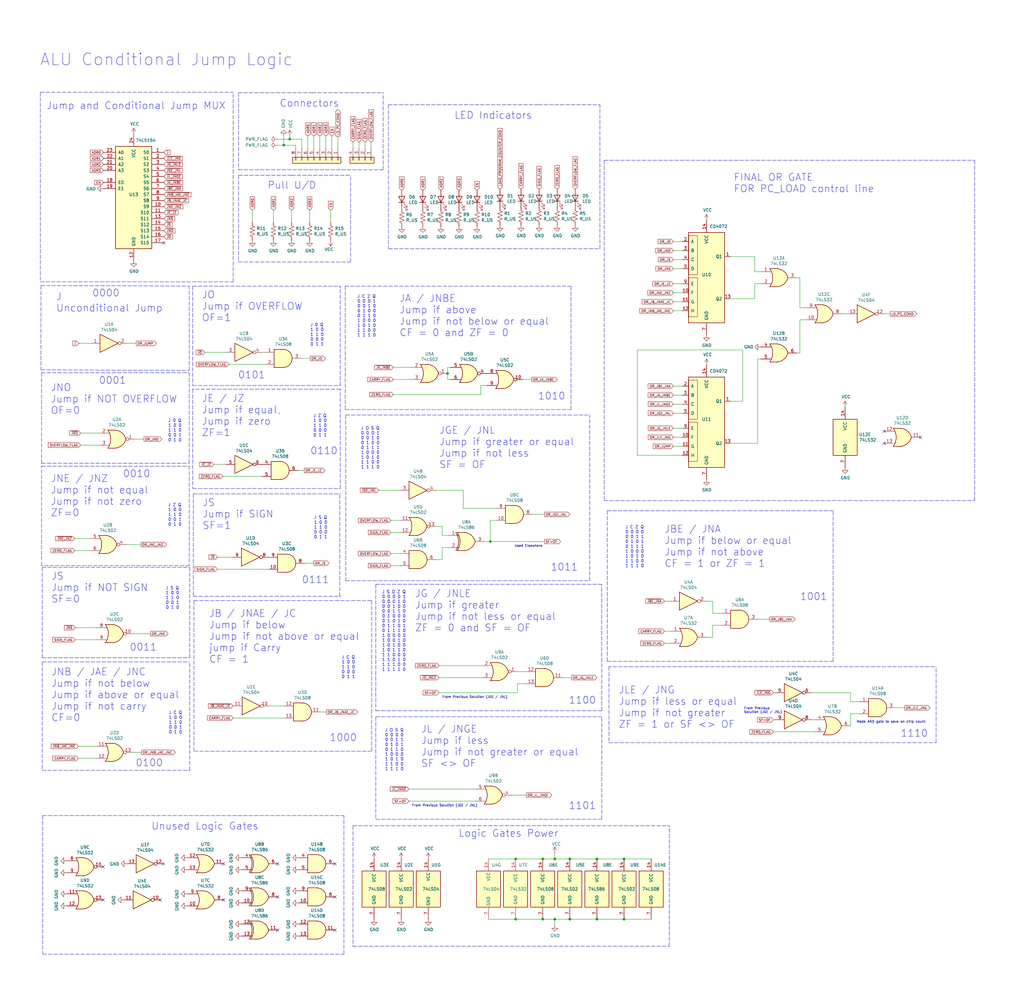
<source format=kicad_sch>
(kicad_sch (version 20211123) (generator eeschema)
  (paper "User" 431.8 419.989)
  (junction (at 119.634 61.214))
  (junction (at 240.284 387.604))
  (junction (at 263.144 362.204))
  (junction (at 233.934 362.204))
  (junction (at 251.714 362.204))
  (junction (at 228.854 362.204))
  (junction (at 188.722 157.48))
  (junction (at 206.756 228.346))
  (junction (at 240.284 362.204))
  (junction (at 217.424 362.204))
  (junction (at 233.934 387.604))
  (junction (at 263.144 387.604))
  (junction (at 217.424 387.604))
  (junction (at 251.714 387.604))
  (junction (at 228.854 387.604))
  (junction (at 122.174 58.674))
  (no_connect (at 117.094 378.206))
  (no_connect (at 117.094 364.236))
  (no_connect (at 141.224 392.176))
  (no_connect (at 94.234 364.236))
  (no_connect (at 372.872 181.864))
  (no_connect (at 141.224 364.236))
  (no_connect (at 43.434 365.506))
  (no_connect (at 388.112 184.404))
  (no_connect (at 68.834 364.236))
  (no_connect (at 372.872 186.944))
  (no_connect (at 43.434 379.476))
  (no_connect (at 69.088 102.362))
  (no_connect (at 94.234 379.476))
  (no_connect (at 141.224 378.206))
  (no_connect (at 67.564 379.476))
  (no_connect (at 117.094 392.176))
  (polyline (pts (xy 158.496 302.26) (xy 253.746 302.26)))
  (wire (pts (xy 119.634 61.214) (xy 119.634 57.404)))
  (wire (pts (xy 132.334 237.49) (xy 128.524 237.49)))
  (wire (pts (xy 31.75 264.668) (xy 40.64 264.668)))
  (wire (pts (xy 205.232 162.56) (xy 202.692 162.56)))
  (polyline (pts (xy 122.936 73.914) (xy 147.828 73.914)))
  (wire (pts (xy 287.782 166.624) (xy 283.972 166.624)))
  (polyline (pts (xy 17.018 38.862) (xy 17.018 118.872)))
  (wire (pts (xy 142.494 57.404) (xy 142.494 62.484)))
  (polyline (pts (xy 122.936 73.914) (xy 100.584 73.914)))
  (polyline (pts (xy 81.28 120.65) (xy 143.51 120.65)))
  (wire (pts (xy 186.436 225.806) (xy 186.436 221.996)))
  (polyline (pts (xy 81.28 162.56) (xy 143.51 162.56)))
  (polyline (pts (xy 79.756 156.21) (xy 79.756 120.65)))
  (wire (pts (xy 304.292 258.572) (xy 300.482 258.572)))
  (wire (pts (xy 59.436 229.616) (xy 53.086 229.616)))
  (wire (pts (xy 186.436 221.996) (xy 183.896 221.996)))
  (wire (pts (xy 319.532 186.944) (xy 319.532 151.384)))
  (wire (pts (xy 274.574 387.604) (xy 263.144 387.604)))
  (polyline (pts (xy 81.534 251.46) (xy 143.764 251.46)))
  (polyline (pts (xy 131.826 39.116) (xy 100.584 39.116)))
  (polyline (pts (xy 17.272 155.956) (xy 79.756 156.21)))
  (polyline (pts (xy 145.796 175.006) (xy 248.666 175.006)))
  (wire (pts (xy 31.496 232.156) (xy 37.846 232.156)))
  (polyline (pts (xy 337.566 281.178) (xy 394.716 281.178)))
  (wire (pts (xy 233.934 387.604) (xy 228.854 387.604)))
  (wire (pts (xy 202.692 162.56) (xy 202.692 166.37)))
  (wire (pts (xy 122.174 58.674) (xy 127.254 58.674)))
  (polyline (pts (xy 17.018 38.862) (xy 98.298 38.862)))
  (wire (pts (xy 33.02 319.786) (xy 40.64 319.786)))
  (wire (pts (xy 280.162 266.192) (xy 282.702 266.192)))
  (polyline (pts (xy 100.584 71.628) (xy 161.544 71.628)))
  (wire (pts (xy 381.508 298.45) (xy 377.698 298.45)))
  (wire (pts (xy 98.044 234.95) (xy 91.694 234.95)))
  (wire (pts (xy 283.972 123.444) (xy 287.782 123.444)))
  (wire (pts (xy 221.996 335.28) (xy 215.646 335.28)))
  (wire (pts (xy 319.532 151.384) (xy 320.802 151.384)))
  (wire (pts (xy 188.722 157.48) (xy 188.722 160.02)))
  (polyline (pts (xy 81.788 316.738) (xy 81.788 253.238)))
  (wire (pts (xy 287.782 105.664) (xy 283.972 105.664)))
  (wire (pts (xy 308.102 186.944) (xy 319.532 186.944)))
  (polyline (pts (xy 81.28 164.084) (xy 81.28 205.994)))
  (wire (pts (xy 188.722 160.02) (xy 189.992 160.02)))
  (polyline (pts (xy 163.83 104.902) (xy 252.984 104.902)))
  (wire (pts (xy 283.972 188.214) (xy 287.782 188.214)))
  (polyline (pts (xy 161.544 71.628) (xy 161.544 39.116)))
  (wire (pts (xy 209.296 219.456) (xy 206.756 219.456)))
  (polyline (pts (xy 81.534 208.28) (xy 81.534 251.46)))
  (wire (pts (xy 283.972 180.594) (xy 287.782 180.594)))
  (polyline (pts (xy 17.526 157.226) (xy 79.756 157.226)))
  (polyline (pts (xy 240.792 172.72) (xy 240.792 120.65)))
  (polyline (pts (xy 17.526 196.596) (xy 79.756 196.596)))
  (wire (pts (xy 326.136 308.61) (xy 343.408 308.61)))
  (wire (pts (xy 164.846 233.426) (xy 168.656 233.426)))
  (polyline (pts (xy 81.28 120.65) (xy 81.28 162.56)))
  (polyline (pts (xy 158.496 246.38) (xy 158.496 299.72)))
  (wire (pts (xy 283.972 109.474) (xy 287.782 109.474)))
  (wire (pts (xy 326.136 303.53) (xy 326.898 303.53)))
  (wire (pts (xy 228.854 362.204) (xy 233.934 362.204)))
  (wire (pts (xy 240.284 387.604) (xy 233.934 387.604)))
  (wire (pts (xy 188.722 154.94) (xy 189.992 154.94)))
  (polyline (pts (xy 143.256 251.46) (xy 143.256 208.28)))
  (wire (pts (xy 313.182 147.574) (xy 268.732 147.574)))
  (polyline (pts (xy 256.794 281.178) (xy 256.794 313.182)))
  (polyline (pts (xy 227.076 44.196) (xy 163.83 44.196)))
  (wire (pts (xy 156.464 59.944) (xy 156.464 62.484)))
  (wire (pts (xy 59.69 317.246) (xy 55.88 317.246)))
  (wire (pts (xy 38.354 144.78) (xy 33.274 144.78)))
  (polyline (pts (xy 18.034 343.916) (xy 18.034 402.336)))
  (polyline (pts (xy 410.972 211.074) (xy 410.972 67.564)))
  (wire (pts (xy 268.732 147.574) (xy 268.732 192.024)))
  (wire (pts (xy 337.312 129.794) (xy 337.312 117.094)))
  (polyline (pts (xy 248.666 244.856) (xy 248.666 175.006)))
  (wire (pts (xy 128.27 198.374) (xy 125.73 198.374)))
  (polyline (pts (xy 81.28 205.994) (xy 143.51 205.994)))
  (wire (pts (xy 185.166 280.67) (xy 202.946 280.67)))
  (polyline (pts (xy 100.584 73.914) (xy 100.584 110.49)))
  (wire (pts (xy 218.186 288.29) (xy 218.186 292.1)))
  (wire (pts (xy 224.282 160.02) (xy 220.472 160.02)))
  (wire (pts (xy 93.98 200.914) (xy 110.49 200.914)))
  (wire (pts (xy 185.166 285.75) (xy 202.946 285.75)))
  (polyline (pts (xy 145.542 172.72) (xy 240.792 172.72)))
  (polyline (pts (xy 256.032 215.392) (xy 256.032 278.892)))
  (polyline (pts (xy 80.01 277.368) (xy 80.01 239.268)))
  (polyline (pts (xy 17.272 120.396) (xy 17.272 155.956)))
  (wire (pts (xy 137.668 300.228) (xy 135.128 300.228)))
  (polyline (pts (xy 17.018 118.872) (xy 98.298 118.872)))
  (polyline (pts (xy 394.716 313.182) (xy 394.716 281.178)))
  (wire (pts (xy 186.436 230.886) (xy 186.436 235.966)))
  (polyline (pts (xy 227.076 44.196) (xy 252.984 44.196)))
  (wire (pts (xy 195.326 206.756) (xy 183.896 206.756)))
  (wire (pts (xy 318.262 108.204) (xy 318.262 114.554)))
  (wire (pts (xy 122.936 88.646) (xy 122.936 93.726)))
  (polyline (pts (xy 253.746 299.72) (xy 253.746 246.38)))
  (polyline (pts (xy 163.83 44.196) (xy 163.83 104.902)))
  (wire (pts (xy 205.994 362.204) (xy 217.424 362.204)))
  (polyline (pts (xy 156.718 316.738) (xy 81.788 316.738)))
  (wire (pts (xy 308.102 108.204) (xy 318.262 108.204)))
  (polyline (pts (xy 256.794 313.182) (xy 394.716 313.182)))
  (polyline (pts (xy 148.844 399.034) (xy 282.194 399.034)))
  (polyline (pts (xy 256.032 215.392) (xy 351.282 215.392)))
  (polyline (pts (xy 17.78 279.146) (xy 17.78 324.866)))
  (wire (pts (xy 233.934 362.204) (xy 240.284 362.204)))
  (polyline (pts (xy 17.78 277.368) (xy 80.01 277.368)))
  (polyline (pts (xy 253.746 345.44) (xy 253.746 302.26)))
  (polyline (pts (xy 148.844 348.234) (xy 148.844 399.034)))
  (wire (pts (xy 124.714 62.484) (xy 124.714 61.214)))
  (polyline (pts (xy 100.584 110.49) (xy 147.828 110.49)))
  (wire (pts (xy 337.312 134.874) (xy 339.852 134.874)))
  (wire (pts (xy 339.852 129.794) (xy 337.312 129.794)))
  (wire (pts (xy 130.81 151.13) (xy 127 151.13)))
  (wire (pts (xy 153.924 59.944) (xy 153.924 62.484)))
  (polyline (pts (xy 80.01 324.866) (xy 80.01 279.146)))
  (wire (pts (xy 159.766 206.756) (xy 168.656 206.756)))
  (wire (pts (xy 148.844 59.944) (xy 148.844 62.484)))
  (wire (pts (xy 91.694 240.03) (xy 113.284 240.03)))
  (wire (pts (xy 60.706 185.166) (xy 56.896 185.166)))
  (wire (pts (xy 188.976 230.886) (xy 186.436 230.886)))
  (wire (pts (xy 106.426 88.646) (xy 106.426 93.726)))
  (wire (pts (xy 217.424 387.604) (xy 205.994 387.604)))
  (polyline (pts (xy 158.496 302.26) (xy 158.496 345.44)))
  (polyline (pts (xy 18.034 343.916) (xy 145.034 343.916)))
  (wire (pts (xy 358.648 295.91) (xy 362.458 295.91)))
  (wire (pts (xy 117.094 61.214) (xy 119.634 61.214)))
  (wire (pts (xy 127.254 58.674) (xy 127.254 62.484)))
  (wire (pts (xy 221.996 283.21) (xy 218.186 283.21)))
  (polyline (pts (xy 18.034 402.336) (xy 145.034 402.336)))
  (wire (pts (xy 283.972 162.814) (xy 287.782 162.814)))
  (wire (pts (xy 132.334 57.404) (xy 132.334 62.484)))
  (wire (pts (xy 113.538 297.688) (xy 119.888 297.688)))
  (wire (pts (xy 337.312 148.844) (xy 337.312 134.874)))
  (wire (pts (xy 326.898 292.1) (xy 326.136 292.1)))
  (polyline (pts (xy 143.51 164.084) (xy 81.28 164.084)))
  (polyline (pts (xy 79.756 196.596) (xy 79.756 238.506)))
  (polyline (pts (xy 145.796 244.856) (xy 248.666 244.856)))
  (wire (pts (xy 221.996 288.29) (xy 218.186 288.29)))
  (wire (pts (xy 283.972 170.434) (xy 287.782 170.434)))
  (wire (pts (xy 151.384 59.944) (xy 151.384 62.484)))
  (wire (pts (xy 287.782 127.254) (xy 283.972 127.254)))
  (wire (pts (xy 283.972 101.854) (xy 287.782 101.854)))
  (wire (pts (xy 336.042 148.844) (xy 337.312 148.844)))
  (polyline (pts (xy 147.828 110.49) (xy 147.828 73.914)))
  (polyline (pts (xy 158.496 299.72) (xy 253.746 299.72)))
  (wire (pts (xy 318.262 114.554) (xy 320.802 114.554)))
  (wire (pts (xy 218.186 292.1) (xy 185.166 292.1)))
  (wire (pts (xy 165.862 154.94) (xy 173.482 154.94)))
  (wire (pts (xy 172.466 332.74) (xy 200.406 332.74)))
  (wire (pts (xy 129.794 57.404) (xy 129.794 62.484)))
  (wire (pts (xy 268.732 192.024) (xy 287.782 192.024)))
  (polyline (pts (xy 17.272 120.396) (xy 79.756 120.65)))
  (polyline (pts (xy 256.032 278.892) (xy 351.282 278.892)))
  (polyline (pts (xy 158.496 246.38) (xy 253.746 246.38)))
  (polyline (pts (xy 143.51 205.994) (xy 143.51 164.084)))
  (wire (pts (xy 287.782 184.404) (xy 283.972 184.404)))
  (wire (pts (xy 233.934 387.604) (xy 233.934 390.144)))
  (wire (pts (xy 209.296 214.376) (xy 195.326 214.376)))
  (wire (pts (xy 90.17 195.834) (xy 95.25 195.834)))
  (wire (pts (xy 217.424 362.204) (xy 228.854 362.204)))
  (wire (pts (xy 63.5 267.208) (xy 55.88 267.208)))
  (wire (pts (xy 98.298 302.768) (xy 119.888 302.768)))
  (wire (pts (xy 188.976 225.806) (xy 186.436 225.806)))
  (wire (pts (xy 280.162 253.492) (xy 282.702 253.492)))
  (wire (pts (xy 134.874 57.404) (xy 134.874 62.484)))
  (wire (pts (xy 137.414 57.404) (xy 137.414 62.484)))
  (wire (pts (xy 337.312 117.094) (xy 336.042 117.094)))
  (polyline (pts (xy 282.194 399.034) (xy 282.194 348.234)))
  (polyline (pts (xy 131.572 39.116) (xy 161.544 39.116)))
  (polyline (pts (xy 98.298 118.872) (xy 98.298 38.862)))
  (wire (pts (xy 165.862 166.37) (xy 202.692 166.37)))
  (wire (pts (xy 287.782 174.244) (xy 283.972 174.244)))
  (wire (pts (xy 357.632 132.334) (xy 355.092 132.334)))
  (polyline (pts (xy 143.51 162.56) (xy 143.51 120.65)))
  (wire (pts (xy 318.262 119.634) (xy 318.262 125.984)))
  (wire (pts (xy 115.316 88.646) (xy 115.316 93.726)))
  (polyline (pts (xy 337.82 281.178) (xy 256.794 281.178)))
  (polyline (pts (xy 17.78 324.866) (xy 80.01 324.866)))
  (wire (pts (xy 53.594 144.78) (xy 57.404 144.78)))
  (wire (pts (xy 229.616 228.346) (xy 206.756 228.346)))
  (polyline (pts (xy 156.718 253.238) (xy 156.718 316.738)))
  (wire (pts (xy 229.616 216.916) (xy 224.536 216.916)))
  (wire (pts (xy 96.52 153.67) (xy 111.76 153.67)))
  (wire (pts (xy 164.846 238.506) (xy 168.656 238.506)))
  (wire (pts (xy 358.648 292.1) (xy 358.648 295.91)))
  (wire (pts (xy 287.782 113.284) (xy 283.972 113.284)))
  (polyline (pts (xy 79.756 195.326) (xy 79.756 157.226)))
  (polyline (pts (xy 145.796 175.006) (xy 145.796 244.856)))
  (wire (pts (xy 228.854 387.604) (xy 217.424 387.604)))
  (wire (pts (xy 343.408 303.53) (xy 342.138 303.53)))
  (polyline (pts (xy 17.526 195.326) (xy 79.756 195.326)))
  (wire (pts (xy 31.75 269.748) (xy 40.64 269.748)))
  (wire (pts (xy 300.482 258.572) (xy 300.482 253.492)))
  (polyline (pts (xy 17.78 239.268) (xy 17.78 277.368)))
  (wire (pts (xy 320.802 119.634) (xy 318.262 119.634)))
  (wire (pts (xy 241.046 285.75) (xy 237.236 285.75)))
  (polyline (pts (xy 145.542 120.65) (xy 240.792 120.65)))
  (polyline (pts (xy 351.282 278.892) (xy 351.282 215.392)))
  (wire (pts (xy 283.972 131.064) (xy 287.782 131.064)))
  (wire (pts (xy 375.412 132.334) (xy 372.872 132.334)))
  (polyline (pts (xy 17.78 279.146) (xy 80.01 279.146)))
  (wire (pts (xy 251.714 387.604) (xy 240.284 387.604)))
  (wire (pts (xy 186.436 235.966) (xy 183.896 235.966)))
  (wire (pts (xy 172.466 337.82) (xy 200.406 337.82)))
  (wire (pts (xy 263.144 387.604) (xy 251.714 387.604)))
  (polyline (pts (xy 252.984 104.902) (xy 252.984 44.196)))
  (wire (pts (xy 117.094 58.674) (xy 122.174 58.674)))
  (wire (pts (xy 86.36 148.59) (xy 95.25 148.59)))
  (wire (pts (xy 240.284 362.204) (xy 251.714 362.204)))
  (polyline (pts (xy 81.534 208.28) (xy 143.764 208.28)))
  (wire (pts (xy 233.934 362.204) (xy 233.934 359.664)))
  (wire (pts (xy 195.326 214.376) (xy 195.326 206.756)))
  (wire (pts (xy 287.782 119.634) (xy 283.972 119.634)))
  (polyline (pts (xy 148.844 348.234) (xy 282.194 348.234)))
  (wire (pts (xy 164.846 224.536) (xy 168.656 224.536)))
  (wire (pts (xy 300.482 268.732) (xy 300.482 263.652)))
  (wire (pts (xy 165.862 160.02) (xy 173.482 160.02)))
  (wire (pts (xy 313.182 169.164) (xy 313.182 147.574)))
  (wire (pts (xy 206.756 228.346) (xy 204.216 228.346)))
  (wire (pts (xy 342.138 292.1) (xy 358.648 292.1)))
  (wire (pts (xy 164.846 219.456) (xy 168.656 219.456)))
  (wire (pts (xy 124.714 61.214) (xy 119.634 61.214)))
  (wire (pts (xy 130.556 88.646) (xy 130.556 93.726)))
  (wire (pts (xy 308.102 169.164) (xy 313.182 169.164)))
  (polyline (pts (xy 254.762 67.564) (xy 410.972 67.564)))
  (wire (pts (xy 34.036 182.626) (xy 41.656 182.626)))
  (wire (pts (xy 34.036 187.706) (xy 41.656 187.706)))
  (wire (pts (xy 33.02 314.706) (xy 40.64 314.706)))
  (polyline (pts (xy 145.542 120.65) (xy 145.542 172.72)))
  (polyline (pts (xy 81.788 253.238) (xy 156.718 253.238)))
  (wire (pts (xy 31.496 227.076) (xy 37.846 227.076)))
  (wire (pts (xy 300.482 253.492) (xy 297.942 253.492)))
  (polyline (pts (xy 254.762 211.074) (xy 410.972 211.074)))
  (wire (pts (xy 300.482 263.652) (xy 304.292 263.652)))
  (polyline (pts (xy 100.584 39.116) (xy 100.584 71.628)))
  (polyline (pts (xy 17.526 157.226) (xy 17.526 195.326)))
  (polyline (pts (xy 17.78 239.268) (xy 80.01 239.268)))
  (polyline (pts (xy 158.496 345.44) (xy 253.746 345.44)))
  (wire (pts (xy 362.458 300.99) (xy 358.648 300.99)))
  (polyline (pts (xy 79.756 238.506) (xy 17.526 238.506)))
  (wire (pts (xy 206.756 219.456) (xy 206.756 228.346)))
  (polyline (pts (xy 254.762 67.564) (xy 254.762 211.074)))
  (wire (pts (xy 139.954 57.404) (xy 139.954 62.484)))
  (wire (pts (xy 263.144 362.204) (xy 274.574 362.204)))
  (wire (pts (xy 251.714 362.204) (xy 263.144 362.204)))
  (wire (pts (xy 122.174 57.404) (xy 122.174 58.674)))
  (polyline (pts (xy 17.526 238.506) (xy 17.526 196.596)))
  (wire (pts (xy 358.648 300.99) (xy 358.648 306.07)))
  (wire (pts (xy 297.942 268.732) (xy 300.482 268.732)))
  (wire (pts (xy 139.446 88.646) (xy 139.446 93.726)))
  (wire (pts (xy 110.49 148.59) (xy 111.76 148.59)))
  (polyline (pts (xy 145.034 402.336) (xy 145.034 343.916)))
  (wire (pts (xy 324.612 261.112) (xy 319.532 261.112)))
  (wire (pts (xy 280.162 271.272) (xy 282.702 271.272)))
  (wire (pts (xy 318.262 125.984) (xy 308.102 125.984)))
  (wire (pts (xy 188.722 154.94) (xy 188.722 157.48)))
  (text "J C Z Q\n0 0 0 1\n0 0 1 0\n0 1 0 0\n0 1 1 0\n1 0 0 0\n1 0 1 0\n1 1 0 0\n1 1 1 0" (at 150.622 142.24 0) (effects (font (size 1.27 1.27)) (justify left bottom)))
  (text "JE / JZ\nJump if equal,\nJump if zero\nZF=1" (at 85.09 184.404 0) (effects (font (size 2.9972 2.9972)) (justify left bottom)))
  (text "1000" (at 138.938 312.928 0) (effects (font (size 2.9972 2.9972)) (justify left bottom)))
  (text "J C Q\n1 0 0\n1 1 0\n0 0 1\n0 1 0" (at 71.12 309.626 0) (effects (font (size 1.27 1.27)) (justify left bottom)))
  (text "0111" (at 127.254 246.38 0) (effects (font (size 2.9972 2.9972)) (justify left bottom)))
  (text "0000" (at 38.862 125.476 0) (effects (font (size 2.9972 2.9972)) (justify left bottom)))
  (text "Used Elsewhere" (at 216.916 230.886 0) (effects (font (size 0.9906 0.9906)) (justify left bottom)))
  (text "J 0 Q\n1 0 0\n1 1 0\n0 0 0\n0 1 1" (at 130.81 146.05 0) (effects (font (size 1.27 1.27)) (justify left bottom)))
  (text "ALU Conditional Jump Logic" (at 16.764 28.194 0) (effects (font (size 5 5)) (justify left bottom)))
  (text "JS\nJump if NOT SIGN\nSF=0" (at 21.59 254.508 0) (effects (font (size 2.9972 2.9972)) (justify left bottom)))
  (text "J O S Q\n0 0 0 1\n0 0 1 0\n0 1 0 0\n0 1 1 1\n1 0 0 0\n1 0 1 0\n1 1 0 0\n1 1 1 0" (at 152.146 197.866 0) (effects (font (size 1.27 1.27)) (justify left bottom)))
  (text "J S Q\n1 0 0\n1 1 0\n0 0 0\n0 1 1" (at 132.334 227.33 0) (effects (font (size 1.27 1.27)) (justify left bottom)))
  (text "From Previous \nSolution (JGE / JNL)" (at 313.69 300.99 0) (effects (font (size 0.9906 0.9906)) (justify left bottom)))
  (text "JA / JNBE\nJump if above\nJump if not below or equal\nCF = 0 and ZF = 0" (at 168.402 142.24 0) (effects (font (size 2.9972 2.9972)) (justify left bottom)))
  (text "0100" (at 57.15 323.596 0) (effects (font (size 2.9972 2.9972)) (justify left bottom)))
  (text "JGE / JNL\nJump if greater or equal\nJump if not less\nSF = OF" (at 185.166 197.866 0) (effects (font (size 2.9972 2.9972)) (justify left bottom)))
  (text "JLE / JNG\nJump if less or equal\nJump if not greater\nZF = 1 or SF <> OF" (at 260.858 307.34 0) (effects (font (size 2.9972 2.9972)) (justify left bottom)))
  (text "From Previous Solution (JGE / JNL)" (at 186.436 294.64 0) (effects (font (size 0.9906 0.9906)) (justify left bottom)))
  (text "1100" (at 239.776 297.18 0) (effects (font (size 2.9972 2.9972)) (justify left bottom)))
  (text "J O S Q\n0 0 0 0\n0 0 1 1\n0 1 0 1\n0 1 1 0\n1 0 0 0\n1 0 1 0\n1 1 0 0\n1 1 1 0" (at 162.306 325.12 0) (effects (font (size 1.27 1.27)) (justify left bottom)))
  (text "0010" (at 51.816 201.676 0) (effects (font (size 2.9972 2.9972)) (justify left bottom)))
  (text "J C Z Q\n0 0 0 0\n0 0 1 1\n0 1 0 1\n0 1 1 1\n1 0 0 0\n1 0 1 0\n1 1 0 0\n1 1 1 0" (at 263.652 239.522 0) (effects (font (size 1.27 1.27)) (justify left bottom)))
  (text "JS\nJump if SIGN\nSF=1" (at 85.344 223.52 0) (effects (font (size 2.9972 2.9972)) (justify left bottom)))
  (text "0001" (at 41.656 162.306 0) (effects (font (size 2.9972 2.9972)) (justify left bottom)))
  (text "JB / JNAE / JC\nJump if below\nJump if not above or equal\njump if Carry\nCF = 1" (at 88.138 279.908 0) (effects (font (size 2.9972 2.9972)) (justify left bottom)))
  (text "From Previous Solution (JGE / JNL)" (at 173.736 340.36 0) (effects (font (size 0.9906 0.9906)) (justify left bottom)))
  (text "J S O Z Q\n0 0 0 0 1\n0 0 0 1 0\n0 0 1 0 0\n0 0 1 1 0\n0 1 0 0 0\n0 1 0 1 0\n0 1 1 0 1\n0 1 1 1 0\n1 0 0 0 0\n1 0 0 1 0\n1 0 1 0 0\n1 0 1 1 0\n1 1 0 0 0\n1 1 0 1 0\n1 1 1 0 0\n1 1 1 1 0\n" (at 161.036 283.21 0) (effects (font (size 1.27 1.27)) (justify left bottom)))
  (text "JNB / JAE / JNC\nJump if not below\nJump if above or equal\nJump if not carry\nCF=0" (at 21.59 304.546 0) (effects (font (size 2.9972 2.9972)) (justify left bottom)))
  (text "Pull U/D" (at 112.776 80.01 0) (effects (font (size 2.9972 2.9972)) (justify left bottom)))
  (text "Unused Logic Gates" (at 63.754 350.266 0) (effects (font (size 2.9972 2.9972)) (justify left bottom)))
  (text "1101" (at 239.776 341.63 0) (effects (font (size 2.9972 2.9972)) (justify left bottom)))
  (text "JNE / JNZ\nJump if not equal\nJump if not zero\nZF=0" (at 21.336 218.186 0) (effects (font (size 2.9972 2.9972)) (justify left bottom)))
  (text "JG / JNLE\nJump if greater\nJump if not less or equal\nZF = 0 and SF = OF" (at 175.006 266.7 0) (effects (font (size 2.9972 2.9972)) (justify left bottom)))
  (text "JBE / JNA\nJump if below or equal\nJump if not above\nCF = 1 or ZF = 1" (at 280.162 239.522 0) (effects (font (size 2.9972 2.9972)) (justify left bottom)))
  (text "J\nUnconditional Jump\n" (at 23.622 131.826 0) (effects (font (size 2.9972 2.9972)) (justify left bottom)))
  (text "J 0 Q\n1 0 0\n1 1 0\n0 0 1\n0 1 0" (at 70.866 186.436 0) (effects (font (size 1.27 1.27)) (justify left bottom)))
  (text "Made AND gate to save on chip count" (at 361.188 305.054 0) (effects (font (size 0.9906 0.9906)) (justify left bottom)))
  (text "J C Q\n1 0 0\n1 1 0\n0 0 0\n0 1 1" (at 144.018 286.258 0) (effects (font (size 1.27 1.27)) (justify left bottom)))
  (text "Logic Gates Power" (at 193.294 353.314 0) (effects (font (size 2.9972 2.9972)) (justify left bottom)))
  (text "1110" (at 379.73 311.15 0) (effects (font (size 2.9972 2.9972)) (justify left bottom)))
  (text "JNO\nJump if NOT OVERFLOW\nOF=0" (at 21.336 175.006 0) (effects (font (size 2.9972 2.9972)) (justify left bottom)))
  (text "LED Indicators" (at 191.516 50.546 0) (effects (font (size 2.9972 2.9972)) (justify left bottom)))
  (text "J S Q\n1 0 0\n1 1 0\n0 0 1\n0 1 0" (at 69.85 257.048 0) (effects (font (size 1.27 1.27)) (justify left bottom)))
  (text "Connectors" (at 117.856 45.466 0) (effects (font (size 2.9972 2.9972)) (justify left bottom)))
  (text "0011" (at 54.61 274.828 0) (effects (font (size 2.9972 2.9972)) (justify left bottom)))
  (text "J Z Q\n1 0 0\n1 1 0\n0 0 1\n0 1 0" (at 70.866 221.996 0) (effects (font (size 1.27 1.27)) (justify left bottom)))
  (text "FINAL OR GATE\nFOR PC_LOAD control line" (at 309.372 81.534 0) (effects (font (size 2.9972 2.9972)) (justify left bottom)))
  (text "Jump and Conditional Jump MUX" (at 19.558 46.482 0) (effects (font (size 2.9972 2.9972)) (justify left bottom)))
  (text "0110" (at 130.81 192.024 0) (effects (font (size 2.9972 2.9972)) (justify left bottom)))
  (text "1011" (at 232.156 241.046 0) (effects (font (size 2.9972 2.9972)) (justify left bottom)))
  (text "JL / JNGE\nJump if less\nJump if not greater or equal\nSF <> OF" (at 177.546 323.85 0) (effects (font (size 2.9972 2.9972)) (justify left bottom)))
  (text "1010" (at 226.822 168.91 0) (effects (font (size 2.9972 2.9972)) (justify left bottom)))
  (text "0101" (at 100.33 160.02 0) (effects (font (size 2.9972 2.9972)) (justify left bottom)))
  (text "J Z Q\n1 0 0\n1 1 0\n0 0 0\n0 1 1" (at 132.08 184.404 0) (effects (font (size 1.27 1.27)) (justify left bottom)))
  (text "1001" (at 337.312 253.492 0) (effects (font (size 2.9972 2.9972)) (justify left bottom)))
  (text "JO\nJump if OVERFLOW\nOF=1" (at 85.09 135.89 0) (effects (font (size 2.9972 2.9972)) (justify left bottom)))
  (global_label "~{JB_JNAE_JC}" (shape input) (at 98.298 297.688 180) (effects (font (size 0.9906 0.9906))) (property "Intersheet References" "${INTERSHEET_REFS}" (effects hide)))
  (global_label "OR_JS" (shape output) (at 132.334 237.49 0) (effects (font (size 0.9906 0.9906))) (property "Intersheet References" "${INTERSHEET_REFS}" (effects hide)))
  (global_label "OR_JNB_JAE_JNC" (shape output) (at 59.69 317.246 0) (effects (font (size 0.9906 0.9906))) (property "Intersheet References" "${INTERSHEET_REFS}" (effects hide)))
  (global_label "OVERFLOW_FLAG" (shape input) (at 164.846 219.456 180) (effects (font (size 0.9906 0.9906))) (property "Intersheet References" "${INTERSHEET_REFS}" (effects hide)))
  (global_label "OVERFLOW_FLAG" (shape input) (at 164.846 233.426 180) (effects (font (size 0.9906 0.9906))) (property "Intersheet References" "${INTERSHEET_REFS}" (effects hide)))
  (global_label "OR_JNS" (shape input) (at 283.972 113.284 180) (effects (font (size 0.9906 0.9906))) (property "Intersheet References" "${INTERSHEET_REFS}" (effects hide)))
  (global_label "OR_JA_JNBE" (shape input) (at 283.972 166.624 180) (effects (font (size 0.9906 0.9906))) (property "Intersheet References" "${INTERSHEET_REFS}" (effects hide)))
  (global_label "ZERO_FLAG" (shape input) (at 153.924 59.944 90) (effects (font (size 0.9906 0.9906))) (property "Intersheet References" "${INTERSHEET_REFS}" (effects hide)))
  (global_label "OR_JO" (shape input) (at 283.972 101.854 180) (effects (font (size 0.9906 0.9906))) (property "Intersheet References" "${INTERSHEET_REFS}" (effects hide)))
  (global_label "SF=OF" (shape input) (at 185.166 292.1 180) (effects (font (size 0.9906 0.9906))) (property "Intersheet References" "${INTERSHEET_REFS}" (effects hide)))
  (global_label "SIGN_FLAG" (shape input) (at 31.75 269.748 180) (effects (font (size 0.9906 0.9906))) (property "Intersheet References" "${INTERSHEET_REFS}" (effects hide)))
  (global_label "OVERFLOW_FLAG" (shape input) (at 96.52 153.67 180) (effects (font (size 0.9906 0.9906))) (property "Intersheet References" "${INTERSHEET_REFS}" (effects hide)))
  (global_label "SIGN_FLAG" (shape input) (at 91.694 240.03 180) (effects (font (size 0.9906 0.9906))) (property "Intersheet References" "${INTERSHEET_REFS}" (effects hide)))
  (global_label "OR_JBE_JNA" (shape input) (at 283.972 162.814 180) (effects (font (size 0.9906 0.9906))) (property "Intersheet References" "${INTERSHEET_REFS}" (effects hide)))
  (global_label "OR_JO" (shape output) (at 130.81 151.13 0) (effects (font (size 0.9906 0.9906))) (property "Intersheet References" "${INTERSHEET_REFS}" (effects hide)))
  (global_label "ZERO_FLAG" (shape input) (at 165.862 166.37 180) (effects (font (size 0.9906 0.9906))) (property "Intersheet References" "${INTERSHEET_REFS}" (effects hide)))
  (global_label "OR_JL_JNGE" (shape output) (at 221.996 335.28 0) (effects (font (size 0.9906 0.9906))) (property "Intersheet References" "${INTERSHEET_REFS}" (effects hide)))
  (global_label "CARRY_FLAG" (shape input) (at 98.298 302.768 180) (effects (font (size 0.9906 0.9906))) (property "Intersheet References" "${INTERSHEET_REFS}" (effects hide)))
  (global_label "SF=OF" (shape output) (at 229.616 228.346 0) (effects (font (size 0.9906 0.9906))) (property "Intersheet References" "${INTERSHEET_REFS}" (effects hide)))
  (global_label "CARRY_FLAG" (shape input) (at 219.71 79.756 90) (effects (font (size 0.9906 0.9906))) (property "Intersheet References" "${INTERSHEET_REFS}" (effects hide)))
  (global_label "CARRY_FLAG" (shape input) (at 165.862 160.02 180) (effects (font (size 0.9906 0.9906))) (property "Intersheet References" "${INTERSHEET_REFS}" (effects hide)))
  (global_label "OR_JNE_JNZ" (shape input) (at 283.972 123.444 180) (effects (font (size 0.9906 0.9906))) (property "Intersheet References" "${INTERSHEET_REFS}" (effects hide)))
  (global_label "SIGN_FLAG" (shape input) (at 164.846 238.506 180) (effects (font (size 0.9906 0.9906))) (property "Intersheet References" "${INTERSHEET_REFS}" (effects hide)))
  (global_label "OR_JBE_JNA" (shape output) (at 324.612 261.112 0) (effects (font (size 0.9906 0.9906))) (property "Intersheet References" "${INTERSHEET_REFS}" (effects hide)))
  (global_label "ADR2" (shape input) (at 134.874 57.404 90) (effects (font (size 0.9906 0.9906))) (property "Intersheet References" "${INTERSHEET_REFS}" (effects hide)))
  (global_label "LOAD_PROGRAM_COUNTER_COND" (shape input) (at 210.82 79.756 90) (effects (font (size 0.9906 0.9906))) (property "Intersheet References" "${INTERSHEET_REFS}" (effects hide)))
  (global_label "OVERFLOW_FLAG" (shape input) (at 34.036 187.706 180) (effects (font (size 0.9906 0.9906))) (property "Intersheet References" "${INTERSHEET_REFS}" (effects hide)))
  (global_label "~{JL_JNGE}" (shape input) (at 172.466 332.74 180) (effects (font (size 0.9906 0.9906))) (property "Intersheet References" "${INTERSHEET_REFS}" (effects hide)))
  (global_label "ADR3" (shape input) (at 193.548 80.264 90) (effects (font (size 0.9906 0.9906))) (property "Intersheet References" "${INTERSHEET_REFS}" (effects hide)))
  (global_label "EN" (shape input) (at 139.954 57.404 90) (effects (font (size 0.9906 0.9906))) (property "Intersheet References" "${INTERSHEET_REFS}" (effects hide)))
  (global_label "LD_PC_COND" (shape output) (at 375.412 132.334 0) (effects (font (size 0.9906 0.9906))) (property "Intersheet References" "${INTERSHEET_REFS}" (effects hide)))
  (global_label "OR_JG_JNLE" (shape output) (at 241.046 285.75 0) (effects (font (size 0.9906 0.9906))) (property "Intersheet References" "${INTERSHEET_REFS}" (effects hide)))
  (global_label "OR_JNS" (shape output) (at 63.5 267.208 0) (effects (font (size 0.9906 0.9906))) (property "Intersheet References" "${INTERSHEET_REFS}" (effects hide)))
  (global_label "~{JNS}" (shape input) (at 31.75 264.668 180) (effects (font (size 0.9906 0.9906))) (property "Intersheet References" "${INTERSHEET_REFS}" (effects hide)))
  (global_label "ZERO_FLAG" (shape input) (at 93.98 200.914 180) (effects (font (size 0.9906 0.9906))) (property "Intersheet References" "${INTERSHEET_REFS}" (effects hide)))
  (global_label "ZERO_FLAG" (shape input) (at 234.95 79.756 90) (effects (font (size 0.9906 0.9906))) (property "Intersheet References" "${INTERSHEET_REFS}" (effects hide)))
  (global_label "SF=OF" (shape input) (at 326.136 303.53 180) (effects (font (size 0.9906 0.9906))) (property "Intersheet References" "${INTERSHEET_REFS}" (effects hide)))
  (global_label "~{JNO}" (shape input) (at 34.036 182.626 180) (effects (font (size 0.9906 0.9906))) (property "Intersheet References" "${INTERSHEET_REFS}" (effects hide)))
  (global_label "ADR2" (shape input) (at 122.936 88.646 90) (effects (font (size 0.9906 0.9906))) (property "Intersheet References" "${INTERSHEET_REFS}" (effects hide)))
  (global_label "ADR0" (shape input) (at 106.426 88.646 90) (effects (font (size 0.9906 0.9906))) (property "Intersheet References" "${INTERSHEET_REFS}" (effects hide)))
  (global_label "SIGN_FLAG" (shape input) (at 151.384 59.944 90) (effects (font (size 0.9906 0.9906))) (property "Intersheet References" "${INTERSHEET_REFS}" (effects hide)))
  (global_label "~{J}" (shape input) (at 33.274 144.78 180) (effects (font (size 0.9906 0.9906))) (property "Intersheet References" "${INTERSHEET_REFS}" (effects hide)))
  (global_label "~{JLE_JNG}" (shape input) (at 326.136 292.1 180) (effects (font (size 0.9906 0.9906))) (property "Intersheet References" "${INTERSHEET_REFS}" (effects hide)))
  (global_label "OR_JB_JNAE_JC" (shape output) (at 137.668 300.228 0) (effects (font (size 0.9906 0.9906))) (property "Intersheet References" "${INTERSHEET_REFS}" (effects hide)))
  (global_label "~{JB_JNAE_JC}" (shape input) (at 69.088 84.582 0) (effects (font (size 0.9906 0.9906))) (property "Intersheet References" "${INTERSHEET_REFS}" (effects hide)))
  (global_label "ADR2" (shape input) (at 185.928 80.264 90) (effects (font (size 0.9906 0.9906))) (property "Intersheet References" "${INTERSHEET_REFS}" (effects hide)))
  (global_label "~{JA_JNBE}" (shape input) (at 165.862 154.94 180) (effects (font (size 0.9906 0.9906))) (property "Intersheet References" "${INTERSHEET_REFS}" (effects hide)))
  (global_label "EN" (shape input) (at 139.446 88.646 90) (effects (font (size 0.9906 0.9906))) (property "Intersheet References" "${INTERSHEET_REFS}" (effects hide)))
  (global_label "OR_JUMP" (shape input) (at 283.972 188.214 180) (effects (font (size 0.9906 0.9906))) (property "Intersheet References" "${INTERSHEET_REFS}" (effects hide)))
  (global_label "~{JGE_JNL}" (shape input) (at 159.766 206.756 180) (effects (font (size 0.9906 0.9906))) (property "Intersheet References" "${INTERSHEET_REFS}" (effects hide)))
  (global_label "~{JO}" (shape input) (at 86.36 148.59 180) (effects (font (size 0.9906 0.9906))) (property "Intersheet References" "${INTERSHEET_REFS}" (effects hide)))
  (global_label "ADR3" (shape input) (at 130.556 88.646 90) (effects (font (size 0.9906 0.9906))) (property "Intersheet References" "${INTERSHEET_REFS}" (effects hide)))
  (global_label "OR_JLE_JNG" (shape output) (at 381.508 298.45 0) (effects (font (size 0.9906 0.9906))) (property "Intersheet References" "${INTERSHEET_REFS}" (effects hide)))
  (global_label "OR_JNO" (shape input) (at 283.972 105.664 180) (effects (font (size 0.9906 0.9906))) (property "Intersheet References" "${INTERSHEET_REFS}" (effects hide)))
  (global_label "~{JNB_JAE_JNC}" (shape input) (at 69.088 82.042 0) (effects (font (size 0.9906 0.9906))) (property "Intersheet References" "${INTERSHEET_REFS}" (effects hide)))
  (global_label "OR_JNE_JNZ" (shape output) (at 59.436 229.616 0) (effects (font (size 0.9906 0.9906))) (property "Intersheet References" "${INTERSHEET_REFS}" (effects hide)))
  (global_label "CARRY_FLAG" (shape input) (at 280.162 266.192 180) (effects (font (size 0.9906 0.9906))) (property "Intersheet References" "${INTERSHEET_REFS}" (effects hide)))
  (global_label "OR_JNB_JAE_JNC" (shape input) (at 283.972 131.064 180) (effects (font (size 0.9906 0.9906))) (property "Intersheet References" "${INTERSHEET_REFS}" (effects hide)))
  (global_label "~{JLE_JNG}" (shape input) (at 69.088 66.802 0) (effects (font (size 0.9906 0.9906))) (property "Intersheet References" "${INTERSHEET_REFS}" (effects hide)))
  (global_label "OR_JGE_JNL" (shape input) (at 283.972 174.244 180) (effects (font (size 0.9906 0.9906))) (property "Intersheet References" "${INTERSHEET_REFS}" (effects hide)))
  (global_label "ADR0" (shape input) (at 169.418 80.264 90) (effects (font (size 0.9906 0.9906))) (property "Intersheet References" "${INTERSHEET_REFS}" (effects hide)))
  (global_label "~{JA_JNBE}" (shape input) (at 69.088 76.962 0) (effects (font (size 0.9906 0.9906))) (property "Intersheet References" "${INTERSHEET_REFS}" (effects hide)))
  (global_label "ADR3" (shape input) (at 137.414 57.404 90) (effects (font (size 0.9906 0.9906))) (property "Intersheet References" "${INTERSHEET_REFS}" (effects hide)))
  (global_label "~{JE_JZ}" (shape input) (at 90.17 195.834 180) (effects (font (size 0.9906 0.9906))) (property "Intersheet References" "${INTERSHEET_REFS}" (effects hide)))
  (global_label "ADR1" (shape input) (at 43.688 66.802 180) (effects (font (size 0.9906 0.9906))) (property "Intersheet References" "${INTERSHEET_REFS}" (effects hide)))
  (global_label "ZERO_FLAG" (shape input) (at 326.136 308.61 180) (effects (font (size 0.9906 0.9906))) (property "Intersheet References" "${INTERSHEET_REFS}" (effects hide)))
  (global_label "OR_JGE_JNL" (shape output) (at 229.616 216.916 0) (effects (font (size 0.9906 0.9906))) (property "Intersheet References" "${INTERSHEET_REFS}" (effects hide)))
  (global_label "~{JNB_JAE_JNC}" (shape input) (at 33.02 314.706 180) (effects (font (size 0.9906 0.9906))) (property "Intersheet References" "${INTERSHEET_REFS}" (effects hide)))
  (global_label "ADR1" (shape input) (at 115.316 88.646 90) (effects (font (size 0.9906 0.9906))) (property "Intersheet References" "${INTERSHEET_REFS}" (effects hide)))
  (global_label "OR_JG_JNLE" (shape input) (at 283.972 180.594 180) (effects (font (size 0.9906 0.9906))) (property "Intersheet References" "${INTERSHEET_REFS}" (effects hide)))
  (global_label "EN" (shape input) (at 43.688 76.962 180) (effects (font (size 0.9906 0.9906))) (property "Intersheet References" "${INTERSHEET_REFS}" (effects hide)))
  (global_label "ZERO_FLAG" (shape input) (at 185.166 280.67 180) (effects (font (size 0.9906 0.9906))) (property "Intersheet References" "${INTERSHEET_REFS}" (effects hide)))
  (global_label "~{JS}" (shape input) (at 69.088 94.742 0) (effects (font (size 0.9906 0.9906))) (property "Intersheet References" "${INTERSHEET_REFS}" (effects hide)))
  (global_label "OVERFLOW_FLAG" (shape input) (at 156.464 59.944 90) (effects (font (size 0.9906 0.9906))) (property "Intersheet References" "${INTERSHEET_REFS}" (effects hide)))
  (global_label "~{JGE_JNL}" (shape input) (at 69.088 71.882 0) (effects (font (size 0.9906 0.9906))) (property "Intersheet References" "${INTERSHEET_REFS}" (effects hide)))
  (global_label "~{JS}" (shape input) (at 91.694 234.95 180) (effects (font (size 0.9906 0.9906))) (property "Intersheet References" "${INTERSHEET_REFS}" (effects hide)))
  (global_label "ZERO_FLAG" (shape input) (at 31.496 232.156 180) (effects (font (size 0.9906 0.9906))) (property "Intersheet References" "${INTERSHEET_REFS}" (effects hide)))
  (global_label "ADR1" (shape input) (at 132.334 57.404 90) (effects (font (size 0.9906 0.9906))) (property "Intersheet References" "${INTERSHEET_REFS}" (effects hide)))
  (global_label "OVERFLOW_FLAG" (shape input) (at 242.57 79.756 90) (effects (font (size 0.9906 0.9906))) (property "Intersheet References" "${INTERSHEET_REFS}" (effects hide)))
  (global_label "OR_JA_JNBE" (shape output) (at 224.282 160.02 0) (effects (font (size 0.9906 0.9906))) (property "Intersheet References" "${INTERSHEET_REFS}" (effects hide)))
  (global_label "SIGN_FLAG" (shape input) (at 227.33 79.756 90) (effects (font (size 0.9906 0.9906))) (property "Intersheet References" "${INTERSHEET_REFS}" (effects hide)))
  (global_label "ZERO_FLAG" (shape input) (at 280.162 271.272 180) (effects (font (size 0.9906 0.9906))) (property "Intersheet References" "${INTERSHEET_REFS}" (effects hide)))
  (global_label "~{JBE_JNA}" (shape input) (at 280.162 253.492 180) (effects (font (size 0.9906 0.9906))) (property "Intersheet References" "${INTERSHEET_REFS}" (effects hide)))
  (global_label "OR_JNO" (shape output) (at 60.706 185.166 0) (effects (font (size 0.9906 0.9906))) (property "Intersheet References" "${INTERSHEET_REFS}" (effects hide)))
  (global_label "OR_JB_JNAE_JC" (shape input) (at 283.972 127.254 180) (effects (font (size 0.9906 0.9906))) (property "Intersheet References" "${INTERSHEET_REFS}" (effects hide)))
  (global_label "LD_PC_COND" (shape output) (at 142.494 57.404 90) (effects (font (size 0.9906 0.9906))) (property "Intersheet References" "${INTERSHEET_REFS}" (effects hide)))
  (global_label "OR_JS" (shape input) (at 283.972 109.474 180) (effects (font (size 0.9906 0.9906))) (property "Intersheet References" "${INTERSHEET_REFS}" (effects hide)))
  (global_label "~{JG_JNLE}" (shape input) (at 185.166 285.75 180) (effects (font (size 0.9906 0.9906))) (property "Intersheet References" "${INTERSHEET_REFS}" (effects hide)))
  (global_label "OR_JE_JZ" (shape output) (at 128.27 198.374 0) (effects (font (size 0.9906 0.9906))) (property "Intersheet References" "${INTERSHEET_REFS}" (effects hide)))
  (global_label "EN" (shape input) (at 201.168 80.264 90) (effects (font (size 0.9906 0.9906))) (property "Intersheet References" "${INTERSHEET_REFS}" (effects hide)))
  (global_label "~{JL_JNGE}" (shape input) (at 69.088 74.422 0) (effects (font (size 0.9906 0.9906))) (property "Intersheet References" "${INTERSHEET_REFS}" (effects hide)))
  (global_label "~{JE_JZ}" (shape input) (at 69.088 89.662 0) (effects (font (size 0.9906 0.9906))) (property "Intersheet References" "${INTERSHEET_REFS}" (effects hide)))
  (global_label "CARRY_FLAG" (shape input) (at 33.02 319.786 180) (effects (font (size 0.9906 0.9906))) (property "Intersheet References" "${INTERSHEET_REFS}" (effects hide)))
  (global_label "~{JNS}" (shape input) (at 69.088 92.202 0) (effects (font (size 0.9906 0.9906))) (property "Intersheet References" "${INTERSHEET_REFS}" (effects hide)))
  (global_label "~{JNO}" (shape input) (at 69.088 97.282 0) (effects (font (size 0.9906 0.9906))) (property "Intersheet References" "${INTERSHEET_REFS}" (effects hide)))
  (global_label "ADR3" (shape input) (at 43.688 71.882 180) (effects (font (size 0.9906 0.9906))) (property "Intersheet References" "${INTERSHEET_REFS}" (effects hide)))
  (global_label "ADR0" (shape input) (at 43.688 64.262 180) (effects (font (size 0.9906 0.9906))) (property "Intersheet References" "${INTERSHEET_REFS}" (effects hide)))
  (global_label "~{JG_JNLE}" (shape input) (at 69.088 69.342 0) (effects (font (size 0.9906 0.9906))) (property "Intersheet References" "${INTERSHEET_REFS}" (effects hide)))
  (global_label "~{JNE_JNZ}" (shape input) (at 69.088 87.122 0) (effects (font (size 0.9906 0.9906))) (property "Intersheet References" "${INTERSHEET_REFS}" (effects hide)))
  (global_label "~{JBE_JNA}" (shape input) (at 69.088 79.502 0) (effects (font (size 0.9906 0.9906))) (property "Intersheet References" "${INTERSHEET_REFS}" (effects hide)))
  (global_label "OR_JE_JZ" (shape input) (at 283.972 119.634 180) (effects (font (size 0.9906 0.9906))) (property "Intersheet References" "${INTERSHEET_REFS}" (effects hide)))
  (global_label "~{JO}" (shape input) (at 69.088 99.822 0) (effects (font (size 0.9906 0.9906))) (property "Intersheet References" "${INTERSHEET_REFS}" (effects hide)))
  (global_label "ADR1" (shape input) (at 178.308 80.264 90) (effects (font (size 0.9906 0.9906))) (property "Intersheet References" "${INTERSHEET_REFS}" (effects hide)))
  (global_label "SIGN_FLAG" (shape input) (at 164.846 224.536 180) (effects (font (size 0.9906 0.9906))) (property "Intersheet References" "${INTERSHEET_REFS}" (effects hide)))
  (global_label "~{JNE_JNZ}" (shape input) (at 31.496 227.076 180) (effects (font (size 0.9906 0.9906))) (property "Intersheet References" "${INTERSHEET_REFS}" (effects hide)))
  (global_label "OR_JL_JNGE" (shape input) (at 283.972 170.434 180) (effects (font (size 0.9906 0.9906))) (property "Intersheet References" "${INTERSHEET_REFS}" (effects hide)))
  (global_label "OR_JLE_JNG" (shape input) (at 283.972 184.404 180) (effects (font (size 0.9906 0.9906))) (property "Intersheet References" "${INTERSHEET_REFS}" (effects hide)))
  (global_label "ADR2" (shape input) (at 43.688 69.342 180) (effects (font (size 0.9906 0.9906))) (property "Intersheet References" "${INTERSHEET_REFS}" (effects hide)))
  (global_label "ADR0" (shape input) (at 129.794 57.404 90) (effects (font (size 0.9906 0.9906))) (property "Intersheet References" "${INTERSHEET_REFS}" (effects hide)))
  (global_label "CARRY_FLAG" (shape input) (at 148.844 59.944 90) (effects (font (size 0.9906 0.9906))) (property "Intersheet References" "${INTERSHEET_REFS}" (effects hide)))
  (global_label "OR_JUMP" (shape output) (at 57.404 144.78 0) (effects (font (size 0.9906 0.9906))) (property "Intersheet References" "${INTERSHEET_REFS}" (effects hide)))
  (global_label "~{J}" (shape input) (at 69.088 64.262 0) (effects (font (size 0.9906 0.9906))) (property "Intersheet References" "${INTERSHEET_REFS}" (effects hide)))
  (global_label "SF=OF" (shape input) (at 172.466 337.82 180) (effects (font (size 0.9906 0.9906))) (property "Intersheet References" "${INTERSHEET_REFS}" (effects hide)))
  (symbol (lib_id "Device:R_US") (at 106.426 97.536 0) (unit 1)
    (property "Reference" "R11" (at 108.1532 96.3676 0) (effects (justify left)))
    (property "Value" "R_US" (at 108.1532 98.679 0) (effects (justify left)))
    (property "Footprint" "Resistor_SMD:R_0805_2012Metric" (effects hide))
  )
  (symbol (lib_id "power:GND") (at 106.426 101.346 0)
    (property "Reference" "#PWR022" (effects hide))
    (property "Value" "GND" (at 106.553 105.7402 0))
  )
  (symbol (lib_id "Device:R_US") (at 115.316 97.536 0) (unit 1)
    (property "Reference" "R12" (at 117.0432 96.3676 0) (effects (justify left)))
    (property "Value" "R_US" (at 117.0432 98.679 0) (effects (justify left)))
    (property "Footprint" "Resistor_SMD:R_0805_2012Metric" (effects hide))
  )
  (symbol (lib_id "power:GND") (at 115.316 101.346 0)
    (property "Reference" "#PWR023" (effects hide))
    (property "Value" "GND" (at 115.443 105.7402 0))
  )
  (symbol (lib_id "Device:R_US") (at 122.936 97.536 0) (unit 1)
    (property "Reference" "R13" (at 124.6632 96.3676 0) (effects (justify left)))
    (property "Value" "R_US" (at 124.6632 98.679 0) (effects (justify left)))
    (property "Footprint" "Resistor_SMD:R_0805_2012Metric" (effects hide))
  )
  (symbol (lib_id "power:GND") (at 122.936 101.346 0)
    (property "Reference" "#PWR024" (effects hide))
    (property "Value" "GND" (at 123.063 105.7402 0))
  )
  (symbol (lib_id "Device:R_US") (at 130.556 97.536 0) (unit 1)
    (property "Reference" "R14" (at 132.2832 96.3676 0) (effects (justify left)))
    (property "Value" "R_US" (at 132.2832 98.679 0) (effects (justify left)))
    (property "Footprint" "Resistor_SMD:R_0805_2012Metric" (effects hide))
  )
  (symbol (lib_id "power:GND") (at 130.556 101.346 0)
    (property "Reference" "#PWR025" (effects hide))
    (property "Value" "GND" (at 130.683 105.7402 0))
  )
  (symbol (lib_id "Device:R_US") (at 139.446 97.536 0) (unit 1)
    (property "Reference" "R15" (at 141.1732 96.3676 0) (effects (justify left)))
    (property "Value" "R_US" (at 141.1732 98.679 0) (effects (justify left)))
    (property "Footprint" "Resistor_SMD:R_0805_2012Metric" (effects hide))
  )
  (symbol (lib_id "power:VCC") (at 139.446 101.346 180) (unit 1)
    (property "Reference" "#PWR026" (effects hide))
    (property "Value" "VCC" (at 140.716 105.156 0) (effects (justify left)))
  )
  (symbol (lib_id "74xx:74LS04") (at 45.974 144.78 0) (unit 1)
    (property "Reference" "U1" (at 45.974 136.7282 0))
    (property "Value" "74LS04" (at 45.974 139.0396 0))
    (property "Footprint" "Package_SO:TSSOP-14_4.4x5mm_P0.65mm" (effects hide))
    (property "Datasheet" "http://www.ti.com/lit/gpn/sn74LS04" (effects hide))
  )
  (symbol (lib_id "74xx:74LS04") (at 102.87 148.59 0) (unit 2)
    (property "Reference" "U1" (at 102.87 140.5382 0))
    (property "Value" "74LS04" (at 102.87 142.8496 0))
    (property "Footprint" "Package_SO:TSSOP-14_4.4x5mm_P0.65mm" (effects hide))
    (property "Datasheet" "http://www.ti.com/lit/gpn/sn74LS04" (effects hide))
  )
  (symbol (lib_id "74xx:74LS04") (at 102.87 195.834 0) (unit 3)
    (property "Reference" "U1" (at 102.87 187.7822 0))
    (property "Value" "74LS04" (at 102.87 190.0936 0))
    (property "Footprint" "Package_SO:TSSOP-14_4.4x5mm_P0.65mm" (effects hide))
    (property "Datasheet" "http://www.ti.com/lit/gpn/sn74LS04" (effects hide))
  )
  (symbol (lib_id "74xx:74LS04") (at 105.664 234.95 0) (unit 4)
    (property "Reference" "U1" (at 105.664 226.8982 0))
    (property "Value" "74LS04" (at 105.664 229.2096 0))
    (property "Footprint" "Package_SO:TSSOP-14_4.4x5mm_P0.65mm" (effects hide))
    (property "Datasheet" "http://www.ti.com/lit/gpn/sn74LS04" (effects hide))
  )
  (symbol (lib_id "74xx:74LS04") (at 105.918 297.688 0) (unit 5)
    (property "Reference" "U1" (at 105.918 289.6362 0))
    (property "Value" "74LS04" (at 105.918 291.9476 0))
    (property "Footprint" "Package_SO:TSSOP-14_4.4x5mm_P0.65mm" (effects hide))
    (property "Datasheet" "http://www.ti.com/lit/gpn/sn74LS04" (effects hide))
  )
  (symbol (lib_id "74xx:74LS04") (at 61.214 364.236 0) (unit 6)
    (property "Reference" "U1" (at 61.214 356.1842 0))
    (property "Value" "74LS04" (at 61.214 358.4956 0))
    (property "Footprint" "Package_SO:TSSOP-14_4.4x5mm_P0.65mm" (effects hide))
    (property "Datasheet" "http://www.ti.com/lit/gpn/sn74LS04" (effects hide))
  )
  (symbol (lib_id "74xx:74LS04") (at 180.594 374.904 0) (unit 7)
    (property "Reference" "U1" (at 181.864 364.744 0) (effects (justify left)))
    (property "Value" "74LS04" (at 178.054 374.904 0) (effects (justify left)))
    (property "Footprint" "Package_SO:TSSOP-14_4.4x5mm_P0.65mm" (effects hide))
    (property "Datasheet" "http://www.ti.com/lit/gpn/sn74LS04" (effects hide))
  )
  (symbol (lib_id "74xx:74LS02") (at 49.276 185.166 0) (unit 1)
    (property "Reference" "U2" (at 49.276 176.911 0))
    (property "Value" "74LS02" (at 49.276 179.2224 0))
    (property "Footprint" "Package_SO:TSSOP-14_4.4x5mm_P0.65mm" (effects hide))
    (property "Datasheet" "http://www.ti.com/lit/gpn/sn74ls02" (effects hide))
  )
  (symbol (lib_id "74xx:74LS02") (at 45.466 229.616 0) (unit 2)
    (property "Reference" "U2" (at 45.466 221.361 0))
    (property "Value" "74LS02" (at 45.466 223.6724 0))
    (property "Footprint" "Package_SO:TSSOP-14_4.4x5mm_P0.65mm" (effects hide))
    (property "Datasheet" "http://www.ti.com/lit/gpn/sn74ls02" (effects hide))
  )
  (symbol (lib_id "74xx:74LS02") (at 48.26 267.208 0) (unit 3)
    (property "Reference" "U2" (at 48.26 258.953 0))
    (property "Value" "74LS02" (at 48.26 261.2644 0))
    (property "Footprint" "Package_SO:TSSOP-14_4.4x5mm_P0.65mm" (effects hide))
    (property "Datasheet" "http://www.ti.com/lit/gpn/sn74ls02" (effects hide))
  )
  (symbol (lib_id "74xx:74LS02") (at 48.26 317.246 0) (unit 4)
    (property "Reference" "U2" (at 48.26 308.991 0))
    (property "Value" "74LS02" (at 48.26 311.3024 0))
    (property "Footprint" "Package_SO:TSSOP-14_4.4x5mm_P0.65mm" (effects hide))
    (property "Datasheet" "http://www.ti.com/lit/gpn/sn74ls02" (effects hide))
  )
  (symbol (lib_id "74xx:74LS02") (at 169.164 374.904 0) (unit 5)
    (property "Reference" "U2" (at 170.434 364.744 0) (effects (justify left)))
    (property "Value" "74LS02" (at 166.624 374.904 0) (effects (justify left)))
    (property "Footprint" "Package_SO:TSSOP-14_4.4x5mm_P0.65mm" (effects hide))
    (property "Datasheet" "http://www.ti.com/lit/gpn/sn74ls02" (effects hide))
  )
  (symbol (lib_id "74xx:74LS08") (at 119.38 151.13 0) (unit 1)
    (property "Reference" "U3" (at 119.38 142.875 0))
    (property "Value" "74LS08" (at 119.38 145.1864 0))
    (property "Footprint" "Package_SO:TSSOP-14_4.4x5mm_P0.65mm" (effects hide))
    (property "Datasheet" "http://www.ti.com/lit/gpn/sn74LS08" (effects hide))
  )
  (symbol (lib_id "74xx:74LS08") (at 118.11 198.374 0) (unit 2)
    (property "Reference" "U3" (at 118.11 190.119 0))
    (property "Value" "74LS08" (at 118.11 192.4304 0))
    (property "Footprint" "Package_SO:TSSOP-14_4.4x5mm_P0.65mm" (effects hide))
    (property "Datasheet" "http://www.ti.com/lit/gpn/sn74LS08" (effects hide))
  )
  (symbol (lib_id "74xx:74LS08") (at 120.904 237.49 0) (unit 3)
    (property "Reference" "U3" (at 120.904 229.235 0))
    (property "Value" "74LS08" (at 120.904 231.5464 0))
    (property "Footprint" "Package_SO:TSSOP-14_4.4x5mm_P0.65mm" (effects hide))
    (property "Datasheet" "http://www.ti.com/lit/gpn/sn74LS08" (effects hide))
  )
  (symbol (lib_id "74xx:74LS08") (at 127.508 300.228 0) (unit 4)
    (property "Reference" "U3" (at 127.508 291.973 0))
    (property "Value" "74LS08" (at 127.508 294.2844 0))
    (property "Footprint" "Package_SO:TSSOP-14_4.4x5mm_P0.65mm" (effects hide))
    (property "Datasheet" "http://www.ti.com/lit/gpn/sn74LS08" (effects hide))
  )
  (symbol (lib_id "74xx:74LS08") (at 157.734 374.904 0) (unit 5)
    (property "Reference" "U3" (at 160.274 364.744 0) (effects (justify left)))
    (property "Value" "74LS08" (at 155.194 374.904 0) (effects (justify left)))
    (property "Footprint" "Package_SO:TSSOP-14_4.4x5mm_P0.65mm" (effects hide))
    (property "Datasheet" "http://www.ti.com/lit/gpn/sn74LS08" (effects hide))
  )
  (symbol (lib_id "power:GND") (at 157.734 387.604 0) (unit 1)
    (property "Reference" "#PWR0105" (effects hide))
    (property "Value" "GND" (at 157.861 391.9982 0))
  )
  (symbol (lib_id "power:GND") (at 169.164 387.604 0) (unit 1)
    (property "Reference" "#PWR0106" (effects hide))
    (property "Value" "GND" (at 169.291 391.9982 0))
  )
  (symbol (lib_id "power:GND") (at 180.594 387.604 0) (unit 1)
    (property "Reference" "#PWR0107" (effects hide))
    (property "Value" "GND" (at 180.721 391.9982 0))
  )
  (symbol (lib_id "power:VCC") (at 157.734 362.204 0) (unit 1)
    (property "Reference" "#PWR0108" (effects hide))
    (property "Value" "VCC" (at 158.115 357.8098 0))
  )
  (symbol (lib_id "power:VCC") (at 169.164 362.204 0) (unit 1)
    (property "Reference" "#PWR0109" (effects hide))
    (property "Value" "VCC" (at 169.545 357.8098 0))
  )
  (symbol (lib_id "power:VCC") (at 180.594 362.204 0) (unit 1)
    (property "Reference" "#PWR0110" (effects hide))
    (property "Value" "VCC" (at 180.975 357.8098 0))
  )
  (symbol (lib_id "74xx:74LS04") (at 290.322 253.492 0) (unit 1)
    (property "Reference" "U4" (at 290.322 245.4402 0))
    (property "Value" "74LS04" (at 290.322 247.7516 0))
    (property "Footprint" "Package_SO:TSSOP-14_4.4x5mm_P0.65mm" (effects hide))
    (property "Datasheet" "http://www.ti.com/lit/gpn/sn74LS04" (effects hide))
  )
  (symbol (lib_id "74xx:74LS04") (at 176.276 206.756 0) (unit 2)
    (property "Reference" "U4" (at 176.276 198.7042 0))
    (property "Value" "74LS04" (at 176.276 201.0156 0))
    (property "Footprint" "Package_SO:TSSOP-14_4.4x5mm_P0.65mm" (effects hide))
    (property "Datasheet" "http://www.ti.com/lit/gpn/sn74LS04" (effects hide))
  )
  (symbol (lib_id "74xx:74LS04") (at 205.994 374.904 0) (unit 7)
    (property "Reference" "U4" (at 207.264 364.744 0) (effects (justify left)))
    (property "Value" "74LS04" (at 203.454 374.904 0) (effects (justify left)))
    (property "Footprint" "Package_SO:TSSOP-14_4.4x5mm_P0.65mm" (effects hide))
    (property "Datasheet" "http://www.ti.com/lit/gpn/sn74LS04" (effects hide))
  )
  (symbol (lib_id "74xx:74LS32") (at 290.322 268.732 0) (unit 1)
    (property "Reference" "U7" (at 290.322 260.477 0))
    (property "Value" "74LS32" (at 290.322 262.7884 0))
    (property "Footprint" "Package_SO:TSSOP-14_4.4x5mm_P0.65mm" (effects hide))
    (property "Datasheet" "http://www.ti.com/lit/gpn/sn74LS32" (effects hide))
  )
  (symbol (lib_id "74xx:74LS32") (at 217.424 374.904 0) (unit 5)
    (property "Reference" "U7" (at 218.694 364.744 0) (effects (justify left)))
    (property "Value" "74LS32" (at 214.884 374.904 0) (effects (justify left)))
    (property "Footprint" "Package_SO:TSSOP-14_4.4x5mm_P0.65mm" (effects hide))
    (property "Datasheet" "http://www.ti.com/lit/gpn/sn74LS32" (effects hide))
  )
  (symbol (lib_id "74xx:74LS08") (at 311.912 261.112 0) (unit 1)
    (property "Reference" "U6" (at 311.912 252.857 0))
    (property "Value" "74LS08" (at 311.912 255.1684 0))
    (property "Footprint" "Package_SO:TSSOP-14_4.4x5mm_P0.65mm" (effects hide))
    (property "Datasheet" "http://www.ti.com/lit/gpn/sn74LS08" (effects hide))
  )
  (symbol (lib_id "74xx:74LS08") (at 176.276 235.966 0) (unit 2)
    (property "Reference" "U6" (at 176.276 227.711 0))
    (property "Value" "74LS08" (at 176.276 230.0224 0))
    (property "Footprint" "Package_SO:TSSOP-14_4.4x5mm_P0.65mm" (effects hide))
    (property "Datasheet" "http://www.ti.com/lit/gpn/sn74LS08" (effects hide))
  )
  (symbol (lib_id "74xx:74LS08") (at 216.916 216.916 0) (unit 3)
    (property "Reference" "U6" (at 216.916 208.661 0))
    (property "Value" "74LS08" (at 216.916 210.9724 0))
    (property "Footprint" "Package_SO:TSSOP-14_4.4x5mm_P0.65mm" (effects hide))
    (property "Datasheet" "http://www.ti.com/lit/gpn/sn74LS08" (effects hide))
  )
  (symbol (lib_id "74xx:74LS08") (at 229.616 285.75 0) (unit 4)
    (property "Reference" "U6" (at 229.616 277.495 0))
    (property "Value" "74LS08" (at 229.616 279.8064 0))
    (property "Footprint" "Package_SO:TSSOP-14_4.4x5mm_P0.65mm" (effects hide))
    (property "Datasheet" "http://www.ti.com/lit/gpn/sn74LS08" (effects hide))
  )
  (symbol (lib_id "74xx:74LS08") (at 228.854 374.904 0) (unit 5)
    (property "Reference" "U6" (at 231.394 364.744 0) (effects (justify left)))
    (property "Value" "74LS08" (at 226.314 374.904 0) (effects (justify left)))
    (property "Footprint" "Package_SO:TSSOP-14_4.4x5mm_P0.65mm" (effects hide))
    (property "Datasheet" "http://www.ti.com/lit/gpn/sn74LS08" (effects hide))
  )
  (symbol (lib_id "74xx:74LS02") (at 181.102 157.48 0) (unit 1)
    (property "Reference" "U5" (at 181.102 149.225 0))
    (property "Value" "74LS02" (at 181.102 151.5364 0))
    (property "Footprint" "Package_SO:TSSOP-14_4.4x5mm_P0.65mm" (effects hide))
    (property "Datasheet" "http://www.ti.com/lit/gpn/sn74ls02" (effects hide))
  )
  (symbol (lib_id "74xx:74LS02") (at 197.612 157.48 0) (unit 2)
    (property "Reference" "U5" (at 197.612 149.225 0))
    (property "Value" "74LS02" (at 197.612 151.5364 0))
    (property "Footprint" "Package_SO:TSSOP-14_4.4x5mm_P0.65mm" (effects hide))
    (property "Datasheet" "http://www.ti.com/lit/gpn/sn74ls02" (effects hide))
  )
  (symbol (lib_id "74xx:74LS02") (at 212.852 160.02 0) (unit 3)
    (property "Reference" "U5" (at 212.852 151.765 0))
    (property "Value" "74LS02" (at 212.852 154.0764 0))
    (property "Footprint" "Package_SO:TSSOP-14_4.4x5mm_P0.65mm" (effects hide))
    (property "Datasheet" "http://www.ti.com/lit/gpn/sn74ls02" (effects hide))
  )
  (symbol (lib_id "74xx:74LS02") (at 176.276 221.996 0) (unit 4)
    (property "Reference" "U5" (at 176.276 213.741 0))
    (property "Value" "74LS02" (at 176.276 216.0524 0))
    (property "Footprint" "Package_SO:TSSOP-14_4.4x5mm_P0.65mm" (effects hide))
    (property "Datasheet" "http://www.ti.com/lit/gpn/sn74ls02" (effects hide))
  )
  (symbol (lib_id "74xx:74LS02") (at 240.284 374.904 0) (unit 5)
    (property "Reference" "U5" (at 242.824 364.744 0) (effects (justify left)))
    (property "Value" "74LS02" (at 236.474 374.904 0) (effects (justify left)))
    (property "Footprint" "Package_SO:TSSOP-14_4.4x5mm_P0.65mm" (effects hide))
    (property "Datasheet" "http://www.ti.com/lit/gpn/sn74ls02" (effects hide))
  )
  (symbol (lib_id "74xx:74LS86") (at 196.596 228.346 0) (unit 1)
    (property "Reference" "U8" (at 196.596 220.091 0))
    (property "Value" "74LS86" (at 196.596 222.4024 0))
    (property "Footprint" "Package_SO:TSSOP-14_4.4x5mm_P0.65mm" (effects hide))
    (property "Datasheet" "74xx/74ls86.pdf" (effects hide))
  )
  (symbol (lib_id "74xx:74LS86") (at 251.714 374.904 0) (unit 5)
    (property "Reference" "U8" (at 254.254 364.744 0) (effects (justify left)))
    (property "Value" "74LS86" (at 247.904 374.904 0) (effects (justify left)))
    (property "Footprint" "Package_SO:TSSOP-14_4.4x5mm_P0.65mm" (effects hide))
    (property "Datasheet" "74xx/74ls86.pdf" (effects hide))
  )
  (symbol (lib_id "74xx:74LS02") (at 210.566 283.21 0) (unit 1)
    (property "Reference" "U9" (at 210.566 274.955 0))
    (property "Value" "74LS02" (at 210.566 277.2664 0))
    (property "Footprint" "Package_SO:TSSOP-14_4.4x5mm_P0.65mm" (effects hide))
    (property "Datasheet" "http://www.ti.com/lit/gpn/sn74ls02" (effects hide))
  )
  (symbol (lib_id "74xx:74LS02") (at 208.026 335.28 0) (unit 2)
    (property "Reference" "U9" (at 208.026 327.025 0))
    (property "Value" "74LS02" (at 208.026 329.3364 0))
    (property "Footprint" "Package_SO:TSSOP-14_4.4x5mm_P0.65mm" (effects hide))
    (property "Datasheet" "http://www.ti.com/lit/gpn/sn74ls02" (effects hide))
  )
  (symbol (lib_id "74xx:74LS02") (at 263.144 374.904 0) (unit 5)
    (property "Reference" "U9" (at 265.684 364.744 0) (effects (justify left)))
    (property "Value" "74LS02" (at 260.604 374.904 0) (effects (justify left)))
    (property "Footprint" "Package_SO:TSSOP-14_4.4x5mm_P0.65mm" (effects hide))
    (property "Datasheet" "http://www.ti.com/lit/gpn/sn74ls02" (effects hide))
  )
  (symbol (lib_id "74xx:74LS86") (at 109.474 392.176 0) (unit 4)
    (property "Reference" "U8" (at 109.474 383.921 0))
    (property "Value" "74LS86" (at 109.474 386.2324 0))
    (property "Footprint" "Package_SO:TSSOP-14_4.4x5mm_P0.65mm" (effects hide))
    (property "Datasheet" "74xx/74ls86.pdf" (effects hide))
  )
  (symbol (lib_id "74xx:74LS86") (at 109.474 378.206 0) (unit 3)
    (property "Reference" "U8" (at 109.474 369.951 0))
    (property "Value" "74LS86" (at 109.474 372.2624 0))
    (property "Footprint" "Package_SO:TSSOP-14_4.4x5mm_P0.65mm" (effects hide))
    (property "Datasheet" "74xx/74ls86.pdf" (effects hide))
  )
  (symbol (lib_id "74xx:74LS86") (at 109.474 364.236 0) (unit 2)
    (property "Reference" "U8" (at 109.474 355.981 0))
    (property "Value" "74LS86" (at 109.474 358.2924 0))
    (property "Footprint" "Package_SO:TSSOP-14_4.4x5mm_P0.65mm" (effects hide))
    (property "Datasheet" "74xx/74ls86.pdf" (effects hide))
  )
  (symbol (lib_id "74xx:74LS32") (at 86.614 379.476 0) (unit 3)
    (property "Reference" "U7" (at 86.614 371.221 0))
    (property "Value" "74LS32" (at 86.614 373.5324 0))
    (property "Footprint" "Package_SO:TSSOP-14_4.4x5mm_P0.65mm" (effects hide))
    (property "Datasheet" "http://www.ti.com/lit/gpn/sn74LS32" (effects hide))
  )
  (symbol (lib_id "74xx:74LS04") (at 59.944 379.476 0) (unit 5)
    (property "Reference" "U4" (at 59.944 371.4242 0))
    (property "Value" "74LS04" (at 59.944 373.7356 0))
    (property "Footprint" "Package_SO:TSSOP-14_4.4x5mm_P0.65mm" (effects hide))
    (property "Datasheet" "http://www.ti.com/lit/gpn/sn74LS04" (effects hide))
  )
  (symbol (lib_id "74xx:74LS04") (at 365.252 132.334 0) (unit 6)
    (property "Reference" "U4" (at 365.252 124.2822 0))
    (property "Value" "74LS04" (at 365.252 126.5936 0))
    (property "Footprint" "Package_SO:TSSOP-14_4.4x5mm_P0.65mm" (effects hide))
    (property "Datasheet" "http://www.ti.com/lit/gpn/sn74LS04" (effects hide))
  )
  (symbol (lib_id "74xx:74LS02") (at 35.814 379.476 0) (unit 4)
    (property "Reference" "U9" (at 35.814 371.221 0))
    (property "Value" "74LS02" (at 35.814 373.5324 0))
    (property "Footprint" "Package_SO:TSSOP-14_4.4x5mm_P0.65mm" (effects hide))
    (property "Datasheet" "http://www.ti.com/lit/gpn/sn74ls02" (effects hide))
  )
  (symbol (lib_id "74xx:74LS02") (at 35.814 365.506 0) (unit 3)
    (property "Reference" "U9" (at 35.814 357.251 0))
    (property "Value" "74LS02" (at 35.814 359.5624 0))
    (property "Footprint" "Package_SO:TSSOP-14_4.4x5mm_P0.65mm" (effects hide))
    (property "Datasheet" "http://www.ti.com/lit/gpn/sn74ls02" (effects hide))
  )
  (symbol (lib_id "74xx:74LS04") (at 334.518 303.53 0) (unit 4)
    (property "Reference" "U4" (at 334.518 295.4782 0))
    (property "Value" "74LS04" (at 334.518 297.7896 0))
    (property "Footprint" "Package_SO:TSSOP-14_4.4x5mm_P0.65mm" (effects hide))
    (property "Datasheet" "http://www.ti.com/lit/gpn/sn74LS04" (effects hide))
  )
  (symbol (lib_id "74xx:74LS04") (at 334.518 292.1 0) (unit 3)
    (property "Reference" "U4" (at 334.518 284.0482 0))
    (property "Value" "74LS04" (at 334.518 286.3596 0))
    (property "Footprint" "Package_SO:TSSOP-14_4.4x5mm_P0.65mm" (effects hide))
    (property "Datasheet" "http://www.ti.com/lit/gpn/sn74LS04" (effects hide))
  )
  (symbol (lib_id "74xx:74LS32") (at 86.614 364.236 0) (unit 4)
    (property "Reference" "U7" (at 86.614 355.981 0))
    (property "Value" "74LS32" (at 86.614 358.2924 0))
    (property "Footprint" "Package_SO:TSSOP-14_4.4x5mm_P0.65mm" (effects hide))
    (property "Datasheet" "http://www.ti.com/lit/gpn/sn74LS32" (effects hide))
  )
  (symbol (lib_id "74xx:74LS32") (at 351.028 306.07 0) (unit 2)
    (property "Reference" "U7" (at 351.028 297.815 0))
    (property "Value" "74LS32" (at 351.028 300.1264 0))
    (property "Footprint" "Package_SO:TSSOP-14_4.4x5mm_P0.65mm" (effects hide))
    (property "Datasheet" "http://www.ti.com/lit/gpn/sn74LS32" (effects hide))
  )
  (symbol (lib_id "power:GND") (at 233.934 390.144 0)
    (property "Reference" "#PWR02" (effects hide))
    (property "Value" "GND" (at 234.061 394.5382 0))
  )
  (symbol (lib_id "power:VCC") (at 233.934 359.664 0) (unit 1)
    (property "Reference" "#PWR01" (effects hide))
    (property "Value" "VCC" (at 232.664 355.854 0) (effects (justify left)))
  )
  (symbol (lib_id "Connector_Generic:Conn_01x08") (at 134.874 67.564 270) (unit 1)
    (property "Reference" "J3" (effects hide))
    (property "Value" "Conn_01x08" (effects hide))
    (property "Footprint" "Connector_PinHeader_2.54mm:PinHeader_1x08_P2.54mm_Vertical" (effects hide))
  )
  (symbol (lib_id "power:VCC") (at 122.174 57.404 0) (unit 1)
    (property "Reference" "#PWR06" (effects hide))
    (property "Value" "VCC" (at 122.555 54.1528 90) (effects (justify left)))
  )
  (symbol (lib_id "power:GND") (at 119.634 57.404 180) (unit 1)
    (property "Reference" "#PWR05" (effects hide))
    (property "Value" "GND" (at 119.507 54.1528 90) (effects (justify right)))
  )
  (symbol (lib_id "Connector_Generic:Conn_01x04") (at 153.924 67.564 270) (unit 1)
    (property "Reference" "J4" (effects hide))
    (property "Value" "Conn_01x04" (effects hide))
    (property "Footprint" "Connector_PinHeader_2.54mm:PinHeader_1x04_P2.54mm_Vertical" (effects hide))
  )
  (symbol (lib_id "power:PWR_FLAG") (at 117.094 61.214 90) (unit 1)
    (property "Reference" "#FLG02" (effects hide))
    (property "Value" "PWR_FLAG" (at 108.204 61.214 90))
  )
  (symbol (lib_id "power:PWR_FLAG") (at 117.094 58.674 90) (unit 1)
    (property "Reference" "#FLG01" (effects hide))
    (property "Value" "PWR_FLAG" (at 108.204 58.674 90))
  )
  (symbol (lib_id "SMD-Stephen:CD4072") (at 297.942 115.824 0) (unit 1)
    (property "Reference" "U10" (at 297.942 115.824 0))
    (property "Value" "CD4072" (at 303.022 95.504 0))
    (property "Footprint" "Package_SO:SOIC-14_3.9x8.7mm_P1.27mm" (effects hide))
    (property "Datasheet" "https://www.ti.com/lit/ds/symlink/cd4072b.pdf?HQS=dis-mous-null-mousermode-dsf-pf-null-wwe&ts=1637175211297&ref_url=https%253A%252F%252Fwww.mouser.es%252F" (effects hide))
  )
  (symbol (lib_id "power:GND") (at 297.942 141.224 0)
    (property "Reference" "#PWR08" (effects hide))
    (property "Value" "GND" (at 298.069 145.6182 0))
  )
  (symbol (lib_id "power:VCC") (at 297.942 92.964 0)
    (property "Reference" "#PWR07" (effects hide))
    (property "Value" "VCC" (at 298.323 88.5698 0))
  )
  (symbol (lib_id "SMD-Stephen:CD4072") (at 297.942 176.784 0) (unit 1)
    (property "Reference" "U11" (at 297.942 176.784 0))
    (property "Value" "CD4072" (at 303.022 156.464 0))
    (property "Footprint" "Package_SO:SOIC-14_3.9x8.7mm_P1.27mm" (effects hide))
    (property "Datasheet" "https://www.ti.com/lit/ds/symlink/cd4072b.pdf?HQS=dis-mous-null-mousermode-dsf-pf-null-wwe&ts=1637175211297&ref_url=https%253A%252F%252Fwww.mouser.es%252F" (effects hide))
  )
  (symbol (lib_id "power:GND") (at 297.942 202.184 0)
    (property "Reference" "#PWR010" (effects hide))
    (property "Value" "GND" (at 298.069 206.5782 0))
  )
  (symbol (lib_id "power:VCC") (at 297.942 153.924 0)
    (property "Reference" "#PWR09" (effects hide))
    (property "Value" "VCC" (at 298.323 149.5298 0))
  )
  (symbol (lib_id "Device:LED") (at 210.82 83.566 90) (unit 1)
    (property "Reference" "D1" (at 213.8172 82.5754 90) (effects (justify right)))
    (property "Value" "LED" (at 213.8172 84.8868 90) (effects (justify right)))
    (property "Footprint" "LED_SMD:LED_0805_2012Metric" (effects hide))
  )
  (symbol (lib_id "Device:R_US") (at 210.82 91.186 0) (unit 1)
    (property "Reference" "R1" (at 212.5472 90.0176 0) (effects (justify left)))
    (property "Value" "R_US" (at 212.5472 92.329 0) (effects (justify left)))
    (property "Footprint" "Resistor_SMD:R_0805_2012Metric" (effects hide))
  )
  (symbol (lib_id "power:GND") (at 210.82 94.996 0)
    (property "Reference" "#PWR014" (effects hide))
    (property "Value" "GND" (at 210.947 99.3902 0))
  )
  (symbol (lib_id "Device:LED") (at 219.71 83.566 90) (unit 1)
    (property "Reference" "D2" (at 222.7072 82.5754 90) (effects (justify right)))
    (property "Value" "LED" (at 222.7072 84.8868 90) (effects (justify right)))
    (property "Footprint" "LED_SMD:LED_0805_2012Metric" (effects hide))
  )
  (symbol (lib_id "Device:R_US") (at 219.71 91.186 0) (unit 1)
    (property "Reference" "R2" (at 221.4372 90.0176 0) (effects (justify left)))
    (property "Value" "R_US" (at 221.4372 92.329 0) (effects (justify left)))
    (property "Footprint" "Resistor_SMD:R_0805_2012Metric" (effects hide))
  )
  (symbol (lib_id "power:GND") (at 219.71 94.996 0)
    (property "Reference" "#PWR015" (effects hide))
    (property "Value" "GND" (at 219.837 99.3902 0))
  )
  (symbol (lib_id "Device:LED") (at 227.33 83.566 90) (unit 1)
    (property "Reference" "D3" (at 230.3272 82.5754 90) (effects (justify right)))
    (property "Value" "LED" (at 230.3272 84.8868 90) (effects (justify right)))
    (property "Footprint" "LED_SMD:LED_0805_2012Metric" (effects hide))
  )
  (symbol (lib_id "Device:R_US") (at 227.33 91.186 0) (unit 1)
    (property "Reference" "R3" (at 229.0572 90.0176 0) (effects (justify left)))
    (property "Value" "R_US" (at 229.0572 92.329 0) (effects (justify left)))
    (property "Footprint" "Resistor_SMD:R_0805_2012Metric" (effects hide))
  )
  (symbol (lib_id "power:GND") (at 227.33 94.996 0)
    (property "Reference" "#PWR016" (effects hide))
    (property "Value" "GND" (at 227.457 99.3902 0))
  )
  (symbol (lib_id "Device:LED") (at 234.95 83.566 90) (unit 1)
    (property "Reference" "D4" (at 237.9472 82.5754 90) (effects (justify right)))
    (property "Value" "LED" (at 237.9472 84.8868 90) (effects (justify right)))
    (property "Footprint" "LED_SMD:LED_0805_2012Metric" (effects hide))
  )
  (symbol (lib_id "Device:R_US") (at 234.95 91.186 0) (unit 1)
    (property "Reference" "R4" (at 236.6772 90.0176 0) (effects (justify left)))
    (property "Value" "R_US" (at 236.6772 92.329 0) (effects (justify left)))
    (property "Footprint" "Resistor_SMD:R_0805_2012Metric" (effects hide))
  )
  (symbol (lib_id "power:GND") (at 234.95 94.996 0)
    (property "Reference" "#PWR017" (effects hide))
    (property "Value" "GND" (at 235.077 99.3902 0))
  )
  (symbol (lib_id "Device:LED") (at 242.57 83.566 90) (unit 1)
    (property "Reference" "D5" (at 245.5672 82.5754 90) (effects (justify right)))
    (property "Value" "LED" (at 245.5672 84.8868 90) (effects (justify right)))
    (property "Footprint" "LED_SMD:LED_0805_2012Metric" (effects hide))
  )
  (symbol (lib_id "Device:R_US") (at 242.57 91.186 0) (unit 1)
    (property "Reference" "R5" (at 244.2972 90.0176 0) (effects (justify left)))
    (property "Value" "R_US" (at 244.2972 92.329 0) (effects (justify left)))
    (property "Footprint" "Resistor_SMD:R_0805_2012Metric" (effects hide))
  )
  (symbol (lib_id "power:GND") (at 242.57 94.996 0)
    (property "Reference" "#PWR018" (effects hide))
    (property "Value" "GND" (at 242.697 99.3902 0))
  )
  (symbol (lib_id "power:GND") (at 320.802 146.304 270)
    (property "Reference" "#PWR011" (effects hide))
    (property "Value" "GND" (at 315.722 146.304 90))
  )
  (symbol (lib_id "74xx:74LS32") (at 328.422 117.094 0) (unit 1)
    (property "Reference" "U12" (at 328.422 108.839 0))
    (property "Value" "74LS32" (at 328.422 111.1504 0))
    (property "Footprint" "Package_SO:TSSOP-14_4.4x5mm_P0.65mm" (effects hide))
    (property "Datasheet" "http://www.ti.com/lit/gpn/sn74LS32" (effects hide))
  )
  (symbol (lib_id "74xx:74LS32") (at 328.422 148.844 0) (unit 2)
    (property "Reference" "U12" (at 328.422 140.589 0))
    (property "Value" "74LS32" (at 328.422 142.9004 0))
    (property "Footprint" "Package_SO:TSSOP-14_4.4x5mm_P0.65mm" (effects hide))
    (property "Datasheet" "http://www.ti.com/lit/gpn/sn74LS32" (effects hide))
  )
  (symbol (lib_id "74xx:74LS32") (at 347.472 132.334 0) (unit 3)
    (property "Reference" "U12" (at 347.472 124.079 0))
    (property "Value" "74LS32" (at 347.472 126.3904 0))
    (property "Footprint" "Package_SO:TSSOP-14_4.4x5mm_P0.65mm" (effects hide))
    (property "Datasheet" "http://www.ti.com/lit/gpn/sn74LS32" (effects hide))
  )
  (symbol (lib_id "74xx:74LS32") (at 380.492 184.404 0) (unit 4)
    (property "Reference" "U12" (at 380.492 176.149 0))
    (property "Value" "74LS32" (at 380.492 178.4604 0))
    (property "Footprint" "Package_SO:TSSOP-14_4.4x5mm_P0.65mm" (effects hide))
    (property "Datasheet" "http://www.ti.com/lit/gpn/sn74LS32" (effects hide))
  )
  (symbol (lib_id "74xx:74LS32") (at 356.362 184.404 0) (unit 5)
    (property "Reference" "U12" (at 362.204 183.2356 0) (effects (justify left)))
    (property "Value" "74LS32" (at 362.204 185.547 0) (effects (justify left)))
    (property "Footprint" "Package_SO:TSSOP-14_4.4x5mm_P0.65mm" (effects hide))
    (property "Datasheet" "http://www.ti.com/lit/gpn/sn74LS32" (effects hide))
  )
  (symbol (lib_id "power:GND") (at 356.362 197.104 0)
    (property "Reference" "#PWR013" (effects hide))
    (property "Value" "GND" (at 356.489 201.4982 0))
  )
  (symbol (lib_id "power:VCC") (at 356.362 171.704 0)
    (property "Reference" "#PWR012" (effects hide))
    (property "Value" "VCC" (at 356.743 167.3098 0))
  )
  (symbol (lib_id "74xx:74LS154") (at 56.388 82.042 0) (unit 1)
    (property "Reference" "U13" (at 56.388 82.042 0))
    (property "Value" "74LS154" (at 61.468 59.182 0))
    (property "Footprint" "Package_SO:SOIC-24W_7.5x15.4mm_P1.27mm" (effects hide))
    (property "Datasheet" "http://www.ti.com/lit/gpn/sn74LS154" (effects hide))
  )
  (symbol (lib_id "74xx:74LS08") (at 370.078 298.45 0) (unit 1)
    (property "Reference" "U14" (at 370.078 290.195 0))
    (property "Value" "74LS08" (at 370.078 292.5064 0))
    (property "Footprint" "Package_SO:TSSOP-14_4.4x5mm_P0.65mm" (effects hide))
    (property "Datasheet" "http://www.ti.com/lit/gpn/sn74LS08" (effects hide))
  )
  (symbol (lib_id "74xx:74LS08") (at 133.604 364.236 0) (unit 2)
    (property "Reference" "U14" (at 133.604 355.981 0))
    (property "Value" "74LS08" (at 133.604 358.2924 0))
    (property "Footprint" "Package_SO:TSSOP-14_4.4x5mm_P0.65mm" (effects hide))
    (property "Datasheet" "http://www.ti.com/lit/gpn/sn74LS08" (effects hide))
  )
  (symbol (lib_id "74xx:74LS08") (at 133.604 378.206 0) (unit 3)
    (property "Reference" "U14" (at 133.604 369.951 0))
    (property "Value" "74LS08" (at 133.604 372.2624 0))
    (property "Footprint" "Package_SO:TSSOP-14_4.4x5mm_P0.65mm" (effects hide))
    (property "Datasheet" "http://www.ti.com/lit/gpn/sn74LS08" (effects hide))
  )
  (symbol (lib_id "74xx:74LS08") (at 133.604 392.176 0) (unit 4)
    (property "Reference" "U14" (at 133.604 383.921 0))
    (property "Value" "74LS08" (at 133.604 386.2324 0))
    (property "Footprint" "Package_SO:TSSOP-14_4.4x5mm_P0.65mm" (effects hide))
    (property "Datasheet" "http://www.ti.com/lit/gpn/sn74LS08" (effects hide))
  )
  (symbol (lib_id "74xx:74LS08") (at 274.574 374.904 0) (unit 5)
    (property "Reference" "U14" (at 275.844 364.744 0) (effects (justify left)))
    (property "Value" "74LS08" (at 270.764 374.904 0) (effects (justify left)))
    (property "Footprint" "Package_SO:TSSOP-14_4.4x5mm_P0.65mm" (effects hide))
    (property "Datasheet" "http://www.ti.com/lit/gpn/sn74LS08" (effects hide))
  )
  (symbol (lib_id "power:GND") (at 56.388 109.982 0) (unit 1)
    (property "Reference" "#PWR0101" (effects hide))
    (property "Value" "GND" (at 56.515 114.3762 0))
  )
  (symbol (lib_id "power:VCC") (at 56.388 56.642 0) (unit 1)
    (property "Reference" "#PWR0102" (effects hide))
    (property "Value" "VCC" (at 56.769 52.2478 0))
  )
  (symbol (lib_id "power:GND") (at 43.688 79.502 270) (unit 1)
    (property "Reference" "#PWR0103" (effects hide))
    (property "Value" "GND" (at 40.4368 79.629 90) (effects (justify right)))
  )
  (symbol (lib_id "power:GND") (at 53.594 364.236 270) (unit 1)
    (property "Reference" "#PWR0104" (effects hide))
    (property "Value" "GND" (at 50.3428 364.363 90) (effects (justify right)))
  )
  (symbol (lib_id "power:GND") (at 52.324 379.476 270)
    (property "Reference" "#PWR0111" (effects hide))
    (property "Value" "GND" (at 47.9298 379.603 0))
  )
  (symbol (lib_id "power:GND") (at 28.194 368.046 270)
    (property "Reference" "#PWR0112" (effects hide))
    (property "Value" "GND" (at 23.7998 368.173 0))
  )
  (symbol (lib_id "power:GND") (at 28.194 362.966 270)
    (property "Reference" "#PWR0113" (effects hide))
    (property "Value" "GND" (at 23.7998 363.093 0))
  )
  (symbol (lib_id "power:GND") (at 28.194 376.936 270)
    (property "Reference" "#PWR0114" (effects hide))
    (property "Value" "GND" (at 23.7998 377.063 0))
  )
  (symbol (lib_id "power:GND") (at 28.194 382.016 270)
    (property "Reference" "#PWR0115" (effects hide))
    (property "Value" "GND" (at 23.7998 382.143 0))
  )
  (symbol (lib_id "power:GND") (at 78.994 361.696 270)
    (property "Reference" "#PWR0116" (effects hide))
    (property "Value" "GND" (at 74.5998 361.823 0))
  )
  (symbol (lib_id "power:GND") (at 78.994 366.776 270)
    (property "Reference" "#PWR0117" (effects hide))
    (property "Value" "GND" (at 74.5998 366.903 0))
  )
  (symbol (lib_id "power:GND") (at 78.994 376.936 270)
    (property "Reference" "#PWR0118" (effects hide))
    (property "Value" "GND" (at 74.5998 377.063 0))
  )
  (symbol (lib_id "power:GND") (at 78.994 382.016 270)
    (property "Reference" "#PWR0119" (effects hide))
    (property "Value" "GND" (at 74.5998 382.143 0))
  )
  (symbol (lib_id "power:GND") (at 101.854 361.696 270)
    (property "Reference" "#PWR0120" (effects hide))
    (property "Value" "GND" (at 97.4598 361.823 0))
  )
  (symbol (lib_id "power:GND") (at 101.854 366.776 270)
    (property "Reference" "#PWR0121" (effects hide))
    (property "Value" "GND" (at 97.4598 366.903 0))
  )
  (symbol (lib_id "power:GND") (at 101.854 375.666 270)
    (property "Reference" "#PWR0122" (effects hide))
    (property "Value" "GND" (at 97.4598 375.793 0))
  )
  (symbol (lib_id "power:GND") (at 101.854 380.746 270)
    (property "Reference" "#PWR0123" (effects hide))
    (property "Value" "GND" (at 97.4598 380.873 0))
  )
  (symbol (lib_id "power:GND") (at 101.854 389.636 270)
    (property "Reference" "#PWR0124" (effects hide))
    (property "Value" "GND" (at 97.4598 389.763 0))
  )
  (symbol (lib_id "power:GND") (at 101.854 394.716 270)
    (property "Reference" "#PWR0125" (effects hide))
    (property "Value" "GND" (at 97.4598 394.843 0))
  )
  (symbol (lib_id "power:GND") (at 125.984 361.696 270)
    (property "Reference" "#PWR0126" (effects hide))
    (property "Value" "GND" (at 121.5898 361.823 0))
  )
  (symbol (lib_id "power:GND") (at 125.984 366.776 270)
    (property "Reference" "#PWR0127" (effects hide))
    (property "Value" "GND" (at 121.5898 366.903 0))
  )
  (symbol (lib_id "power:GND") (at 125.984 375.666 270)
    (property "Reference" "#PWR0128" (effects hide))
    (property "Value" "GND" (at 121.5898 375.793 0))
  )
  (symbol (lib_id "power:GND") (at 125.984 380.746 270)
    (property "Reference" "#PWR0129" (effects hide))
    (property "Value" "GND" (at 121.5898 380.873 0))
  )
  (symbol (lib_id "power:GND") (at 125.984 389.636 270)
    (property "Reference" "#PWR0130" (effects hide))
    (property "Value" "GND" (at 121.5898 389.763 0))
  )
  (symbol (lib_id "power:GND") (at 125.984 394.716 270)
    (property "Reference" "#PWR0131" (effects hide))
    (property "Value" "GND" (at 121.5898 394.843 0))
  )
  (symbol (lib_id "Device:LED") (at 169.418 84.074 90) (unit 1)
    (property "Reference" "D6" (at 172.4152 83.0834 90) (effects (justify right)))
    (property "Value" "LED" (at 172.4152 85.3948 90) (effects (justify right)))
    (property "Footprint" "LED_SMD:LED_0805_2012Metric" (effects hide))
  )
  (symbol (lib_id "Device:R_US") (at 169.418 91.694 0) (unit 1)
    (property "Reference" "R6" (at 171.1452 90.5256 0) (effects (justify left)))
    (property "Value" "R_US" (at 171.1452 92.837 0) (effects (justify left)))
    (property "Footprint" "Resistor_SMD:R_0805_2012Metric" (effects hide))
  )
  (symbol (lib_id "power:GND") (at 169.418 95.504 0)
    (property "Reference" "#PWR03" (effects hide))
    (property "Value" "GND" (at 169.545 99.8982 0))
  )
  (symbol (lib_id "Device:LED") (at 178.308 84.074 90) (unit 1)
    (property "Reference" "D7" (at 181.3052 83.0834 90) (effects (justify right)))
    (property "Value" "LED" (at 181.3052 85.3948 90) (effects (justify right)))
    (property "Footprint" "LED_SMD:LED_0805_2012Metric" (effects hide))
  )
  (symbol (lib_id "Device:R_US") (at 178.308 91.694 0) (unit 1)
    (property "Reference" "R7" (at 180.0352 90.5256 0) (effects (justify left)))
    (property "Value" "R_US" (at 180.0352 92.837 0) (effects (justify left)))
    (property "Footprint" "Resistor_SMD:R_0805_2012Metric" (effects hide))
  )
  (symbol (lib_id "power:GND") (at 178.308 95.504 0)
    (property "Reference" "#PWR04" (effects hide))
    (property "Value" "GND" (at 178.435 99.8982 0))
  )
  (symbol (lib_id "Device:LED") (at 185.928 84.074 90) (unit 1)
    (property "Reference" "D8" (at 188.9252 83.0834 90) (effects (justify right)))
    (property "Value" "LED" (at 188.9252 85.3948 90) (effects (justify right)))
    (property "Footprint" "LED_SMD:LED_0805_2012Metric" (effects hide))
  )
  (symbol (lib_id "Device:R_US") (at 185.928 91.694 0) (unit 1)
    (property "Reference" "R8" (at 187.6552 90.5256 0) (effects (justify left)))
    (property "Value" "R_US" (at 187.6552 92.837 0) (effects (justify left)))
    (property "Footprint" "Resistor_SMD:R_0805_2012Metric" (effects hide))
  )
  (symbol (lib_id "power:GND") (at 185.928 95.504 0)
    (property "Reference" "#PWR019" (effects hide))
    (property "Value" "GND" (at 186.055 99.8982 0))
  )
  (symbol (lib_id "Device:LED") (at 193.548 84.074 90) (unit 1)
    (property "Reference" "D9" (at 196.5452 83.0834 90) (effects (justify right)))
    (property "Value" "LED" (at 196.5452 85.3948 90) (effects (justify right)))
    (property "Footprint" "LED_SMD:LED_0805_2012Metric" (effects hide))
  )
  (symbol (lib_id "Device:R_US") (at 193.548 91.694 0) (unit 1)
    (property "Reference" "R9" (at 195.2752 90.5256 0) (effects (justify left)))
    (property "Value" "R_US" (at 195.2752 92.837 0) (effects (justify left)))
    (property "Footprint" "Resistor_SMD:R_0805_2012Metric" (effects hide))
  )
  (symbol (lib_id "power:GND") (at 193.548 95.504 0)
    (property "Reference" "#PWR020" (effects hide))
    (property "Value" "GND" (at 193.675 99.8982 0))
  )
  (symbol (lib_id "Device:LED") (at 201.168 84.074 90) (unit 1)
    (property "Reference" "D10" (at 204.1652 83.0834 90) (effects (justify right)))
    (property "Value" "LED" (at 204.1652 85.3948 90) (effects (justify right)))
    (property "Footprint" "LED_SMD:LED_0805_2012Metric" (effects hide))
  )
  (symbol (lib_id "Device:R_US") (at 201.168 91.694 0) (unit 1)
    (property "Reference" "R10" (at 202.8952 90.5256 0) (effects (justify left)))
    (property "Value" "R_US" (at 202.8952 92.837 0) (effects (justify left)))
    (property "Footprint" "Resistor_SMD:R_0805_2012Metric" (effects hide))
  )
  (symbol (lib_id "power:GND") (at 201.168 95.504 0)
    (property "Reference" "#PWR021" (effects hide))
    (property "Value" "GND" (at 201.295 99.8982 0))
  )
)
</source>
